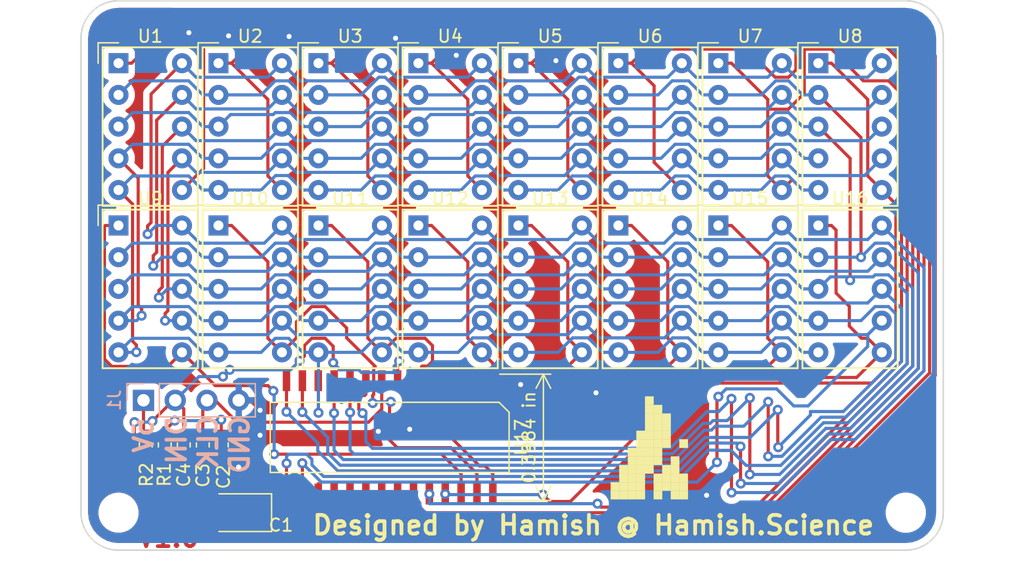
<source format=kicad_pcb>
(kicad_pcb (version 20171130) (host pcbnew "(5.1.0-0)")
  (layers (0 F.Cu signal) (31 B.Cu signal) (34 B.Paste user) (35 F.Paste user) (36 B.SilkS user) (37 F.SilkS user) (38 B.Mask user) (39 F.Mask user) (44 Edge.Cuts user))
  (net 0 "")
  (net 1 VDD)
  (net 2 GND)
  (net 3 SCLK)
  (net 4 DIN)
  (net 5 GRID1)
  (net 6 SEG6)
  (net 7 SEG7)
  (net 8 SEG5)
  (net 9 SEG4)
  (net 10 SEG8)
  (net 11 SEG3)
  (net 12 SEG2)
  (net 13 SEG1)
  (net 14 GRID2)
  (net 15 GRID3)
  (net 16 GRID4)
  (net 17 GRID5)
  (net 18 GRID6)
  (net 19 GRID7)
  (net 20 GRID8)
  (net 21 GRID9)
  (net 22 GRID10)
  (net 23 GRID11)
  (net 24 GRID12)
  (net 25 GRID13)
  (net 26 GRID14)
  (net 27 GRID15)
  (net 28 GRID16)
  (module Display_7Segment:HDSP-A151 (layer F.Cu) (at 182 75)
    (fp_text reference U10 (at 2.54 -2.159) (layer F.SilkS))
    (fp_text value HDSP-7503)
    (pad 10 thru_hole circle (at 5.08 0) (size 1.6 1.6) (drill 0.8) (layers *.Cu *.Mask) (net 13 SEG1))
    (pad 9 thru_hole circle (at 5.08 2.54) (size 1.6 1.6) (drill 0.8) (layers *.Cu *.Mask) (net 12 SEG2))
    (pad 8 thru_hole circle (at 5.08 5.08) (size 1.6 1.6) (drill 0.8) (layers *.Cu *.Mask) (net 11 SEG3))
    (pad 7 thru_hole circle (at 5.08 7.62) (size 1.6 1.6) (drill 0.8) (layers *.Cu *.Mask) (net 10 SEG8))
    (pad 6 thru_hole circle (at 5.08 10.16) (size 1.6 1.6) (drill 0.8) (layers *.Cu *.Mask) (net 22 GRID10))
    (pad 5 thru_hole circle (at 0 10.16) (size 1.6 1.6) (drill 0.8) (layers *.Cu *.Mask) (net 9 SEG4))
    (pad 4 thru_hole circle (at 0 7.62) (size 1.6 1.6) (drill 0.8) (layers *.Cu *.Mask) (net 8 SEG5))
    (pad 3 thru_hole circle (at 0 5.08) (size 1.6 1.6) (drill 0.8) (layers *.Cu *.Mask) (net 7 SEG7))
    (pad 2 thru_hole circle (at 0 2.54) (size 1.6 1.6) (drill 0.8) (layers *.Cu *.Mask) (net 6 SEG6))
    (pad 1 thru_hole rect (at 0 0) (size 1.6 1.6) (drill 0.8) (layers *.Cu *.Mask) (net 22 GRID10))
  )
  (module Symbol:SOIC-28 (layer F.Cu) (at 195.7 91.97 180)
    (fp_text reference U17 (at -10.555 0 270) (layer F.SilkS))
    (fp_text value TM1640)
    (pad 28 smd rect (at -8.255 -4.5375 180) (size 0.6 1.675) (layers F.Cu F.Paste F.Mask) (net 23 GRID11))
    (pad 1 smd rect (at -8.255 4.5375 180) (size 0.6 1.675) (layers F.Cu F.Paste F.Mask) (net 24 GRID12))
    (pad 27 smd rect (at -6.985 -4.5375 180) (size 0.6 1.675) (layers F.Cu F.Paste F.Mask) (net 22 GRID10))
    (pad 2 smd rect (at -6.985 4.5375 180) (size 0.6 1.675) (layers F.Cu F.Paste F.Mask) (net 25 GRID13))
    (pad 26 smd rect (at -5.715 -4.5375 180) (size 0.6 1.675) (layers F.Cu F.Paste F.Mask) (net 21 GRID9))
    (pad 3 smd rect (at -5.715 4.5375 180) (size 0.6 1.675) (layers F.Cu F.Paste F.Mask) (net 26 GRID14))
    (pad 25 smd rect (at -4.445 -4.5375 180) (size 0.6 1.675) (layers F.Cu F.Paste F.Mask) (net 20 GRID8))
    (pad 4 smd rect (at -4.445 4.5375 180) (size 0.6 1.675) (layers F.Cu F.Paste F.Mask) (net 27 GRID15))
    (pad 24 smd rect (at -3.175 -4.5375 180) (size 0.6 1.675) (layers F.Cu F.Paste F.Mask) (net 19 GRID7))
    (pad 5 smd rect (at -3.175 4.5375 180) (size 0.6 1.675) (layers F.Cu F.Paste F.Mask) (net 28 GRID16))
    (pad 23 smd rect (at -1.905 -4.5375 180) (size 0.6 1.675) (layers F.Cu F.Paste F.Mask) (net 18 GRID6))
    (pad 6 smd rect (at -1.905 4.5375 180) (size 0.6 1.675) (layers F.Cu F.Paste F.Mask) (net 2 GND))
    (pad 22 smd rect (at -0.635 -4.5375 180) (size 0.6 1.675) (layers F.Cu F.Paste F.Mask) (net 17 GRID5))
    (pad 7 smd rect (at -0.635 4.5375 180) (size 0.6 1.675) (layers F.Cu F.Paste F.Mask) (net 4 DIN))
    (pad 21 smd rect (at 0.635 -4.5375 180) (size 0.6 1.675) (layers F.Cu F.Paste F.Mask) (net 16 GRID4))
    (pad 8 smd rect (at 0.635 4.5375 180) (size 0.6 1.675) (layers F.Cu F.Paste F.Mask) (net 3 SCLK))
    (pad 20 smd rect (at 1.905 -4.5375 180) (size 0.6 1.675) (layers F.Cu F.Paste F.Mask) (net 15 GRID3))
    (pad 9 smd rect (at 1.905 4.5375 180) (size 0.6 1.675) (layers F.Cu F.Paste F.Mask) (net 13 SEG1))
    (pad 19 smd rect (at 3.175 -4.5375 180) (size 0.6 1.675) (layers F.Cu F.Paste F.Mask) (net 14 GRID2))
    (pad 10 smd rect (at 3.175 4.5375 180) (size 0.6 1.675) (layers F.Cu F.Paste F.Mask) (net 12 SEG2))
    (pad 18 smd rect (at 4.445 -4.5375 180) (size 0.6 1.675) (layers F.Cu F.Paste F.Mask) (net 5 GRID1))
    (pad 11 smd rect (at 4.445 4.5375 180) (size 0.6 1.675) (layers F.Cu F.Paste F.Mask) (net 11 SEG3))
    (pad 17 smd rect (at 5.715 -4.5375 180) (size 0.6 1.675) (layers F.Cu F.Paste F.Mask) (net 1 VDD))
    (pad 12 smd rect (at 5.715 4.5375 180) (size 0.6 1.675) (layers F.Cu F.Paste F.Mask) (net 9 SEG4))
    (pad 16 smd rect (at 6.985 -4.5375 180) (size 0.6 1.675) (layers F.Cu F.Paste F.Mask) (net 10 SEG8))
    (pad 13 smd rect (at 6.985 4.5375 180) (size 0.6 1.675) (layers F.Cu F.Paste F.Mask) (net 8 SEG5))
    (pad 15 smd rect (at 8.255 -4.5375 180) (size 0.6 1.675) (layers F.Cu F.Paste F.Mask) (net 7 SEG7))
    (pad 14 smd rect (at 8.255 4.5375 180) (size 0.6 1.675) (layers F.Cu F.Paste F.Mask) (net 6 SEG6))
  )
  (module MountingHole:MountingHole_2.2mm_M2 (layer F.Cu) (at 174 98)
    (fp_text reference REF** hide)
    (fp_text value MountingHole_2.2mm_M2)
    (pad 1 np_thru_hole circle (at 0 0) (size 2.2 2.2) (drill 2.2) (layers *.Cu *.Mask))
  )
  (module MountingHole:MountingHole_2.2mm_M2 (layer F.Cu) (at 237 98)
    (fp_text reference REF** hide)
    (fp_text value MountingHole_2.2mm_M2)
    (pad 1 np_thru_hole circle (at 0 0) (size 2.2 2.2) (drill 2.2) (layers *.Cu *.Mask))
  )
  (module AALogos:LOGO (layer F.Cu) (at 211.32 87.31)
    (fp_text reference LOGO hide)
    (fp_text value "" (at 0 0) (layer F.SilkS) (effects (font (size 1.27 1.27))))
  )
  (module Capacitor_SMD:C_0603_1608Metric (layer F.Cu) (at 182.268 92.5725 90)
    (fp_text reference C2 (at -2.5625 0.13 90) (layer F.SilkS))
    (fp_text value 100n)
    (pad 2 smd roundrect (at 0.7875 0 90) (size 0.875 0.95) (layers F.Cu F.Paste F.Mask) (net 1 VDD))
    (pad 1 smd roundrect (at -0.7875 0 90) (size 0.875 0.95) (layers F.Cu F.Paste F.Mask) (net 2 GND))
  )
  (module Capacitor_SMD:C_0603_1608Metric (layer F.Cu) (at 180.746 92.5725 270)
    (fp_text reference C3 (at 2.44 -0.01 270) (layer F.SilkS))
    (fp_text value 100p)
    (pad 2 smd roundrect (at 0.7875 0 270) (size 0.875 0.95) (layers F.Cu F.Paste F.Mask) (net 2 GND))
    (pad 1 smd roundrect (at -0.7875 0 270) (size 0.875 0.95) (layers F.Cu F.Paste F.Mask) (net 3 SCLK))
  )
  (module Capacitor_SMD:C_0603_1608Metric (layer F.Cu) (at 179.224 92.5725 270)
    (fp_text reference C4 (at 2.4075 0.01 270) (layer F.SilkS))
    (fp_text value 100p)
    (pad 1 smd roundrect (at -0.7875 0 270) (size 0.875 0.95) (layers F.Cu F.Paste F.Mask) (net 4 DIN))
    (pad 2 smd roundrect (at 0.7875 0 270) (size 0.875 0.95) (layers F.Cu F.Paste F.Mask) (net 2 GND))
  )
  (module Connector_PinHeader_2.54mm:PinHeader_1x04_P2.54mm_Vertical (layer B.Cu) (at 176 89 270)
    (fp_text reference J1 (at 0 2.33 270) (layer B.SilkS) (effects (justify mirror)))
    (fp_text value Conn)
    (pad 1 thru_hole rect (at 0 0 270) (size 1.7 1.7) (drill 1) (layers *.Cu *.Mask) (net 1 VDD))
    (pad 2 thru_hole oval (at 0 -2.54 270) (size 1.7 1.7) (drill 1) (layers *.Cu *.Mask) (net 4 DIN))
    (pad 3 thru_hole oval (at 0 -5.08 270) (size 1.7 1.7) (drill 1) (layers *.Cu *.Mask) (net 3 SCLK))
    (pad 4 thru_hole oval (at 0 -7.62 270) (size 1.7 1.7) (drill 1) (layers *.Cu *.Mask) (net 2 GND))
  )
  (module Resistor_SMD:R_0603_1608Metric (layer F.Cu) (at 177.702 92.5725 270)
    (fp_text reference R1 (at 2.38 0.04 270) (layer F.SilkS))
    (fp_text value 10k)
    (pad 2 smd roundrect (at 0.7875 0 270) (size 0.875 0.95) (layers F.Cu F.Paste F.Mask) (net 3 SCLK))
    (pad 1 smd roundrect (at -0.7875 0 270) (size 0.875 0.95) (layers F.Cu F.Paste F.Mask) (net 1 VDD))
  )
  (module Resistor_SMD:R_0603_1608Metric (layer F.Cu) (at 176.18 92.5725 270)
    (fp_text reference R2 (at 2.3975 -0.05 270) (layer F.SilkS))
    (fp_text value 10k)
    (pad 1 smd roundrect (at -0.7875 0 270) (size 0.875 0.95) (layers F.Cu F.Paste F.Mask) (net 1 VDD))
    (pad 2 smd roundrect (at 0.7875 0 270) (size 0.875 0.95) (layers F.Cu F.Paste F.Mask) (net 4 DIN))
  )
  (module Display_7Segment:HDSP-A151 (layer F.Cu) (at 174 62)
    (fp_text reference U1 (at 2.54 -2.159) (layer F.SilkS))
    (fp_text value HDSP-7503)
    (pad 1 thru_hole rect (at 0 0) (size 1.6 1.6) (drill 0.8) (layers *.Cu *.Mask) (net 5 GRID1))
    (pad 2 thru_hole circle (at 0 2.54) (size 1.6 1.6) (drill 0.8) (layers *.Cu *.Mask) (net 6 SEG6))
    (pad 3 thru_hole circle (at 0 5.08) (size 1.6 1.6) (drill 0.8) (layers *.Cu *.Mask) (net 7 SEG7))
    (pad 4 thru_hole circle (at 0 7.62) (size 1.6 1.6) (drill 0.8) (layers *.Cu *.Mask) (net 8 SEG5))
    (pad 5 thru_hole circle (at 0 10.16) (size 1.6 1.6) (drill 0.8) (layers *.Cu *.Mask) (net 9 SEG4))
    (pad 6 thru_hole circle (at 5.08 10.16) (size 1.6 1.6) (drill 0.8) (layers *.Cu *.Mask) (net 5 GRID1))
    (pad 7 thru_hole circle (at 5.08 7.62) (size 1.6 1.6) (drill 0.8) (layers *.Cu *.Mask) (net 10 SEG8))
    (pad 8 thru_hole circle (at 5.08 5.08) (size 1.6 1.6) (drill 0.8) (layers *.Cu *.Mask) (net 11 SEG3))
    (pad 9 thru_hole circle (at 5.08 2.54) (size 1.6 1.6) (drill 0.8) (layers *.Cu *.Mask) (net 12 SEG2))
    (pad 10 thru_hole circle (at 5.08 0) (size 1.6 1.6) (drill 0.8) (layers *.Cu *.Mask) (net 13 SEG1))
  )
  (module Display_7Segment:HDSP-A151 (layer F.Cu) (at 182 62)
    (fp_text reference U2 (at 2.54 -2.159) (layer F.SilkS))
    (fp_text value HDSP-7503)
    (pad 10 thru_hole circle (at 5.08 0) (size 1.6 1.6) (drill 0.8) (layers *.Cu *.Mask) (net 13 SEG1))
    (pad 9 thru_hole circle (at 5.08 2.54) (size 1.6 1.6) (drill 0.8) (layers *.Cu *.Mask) (net 12 SEG2))
    (pad 8 thru_hole circle (at 5.08 5.08) (size 1.6 1.6) (drill 0.8) (layers *.Cu *.Mask) (net 11 SEG3))
    (pad 7 thru_hole circle (at 5.08 7.62) (size 1.6 1.6) (drill 0.8) (layers *.Cu *.Mask) (net 10 SEG8))
    (pad 6 thru_hole circle (at 5.08 10.16) (size 1.6 1.6) (drill 0.8) (layers *.Cu *.Mask) (net 14 GRID2))
    (pad 5 thru_hole circle (at 0 10.16) (size 1.6 1.6) (drill 0.8) (layers *.Cu *.Mask) (net 9 SEG4))
    (pad 4 thru_hole circle (at 0 7.62) (size 1.6 1.6) (drill 0.8) (layers *.Cu *.Mask) (net 8 SEG5))
    (pad 3 thru_hole circle (at 0 5.08) (size 1.6 1.6) (drill 0.8) (layers *.Cu *.Mask) (net 7 SEG7))
    (pad 2 thru_hole circle (at 0 2.54) (size 1.6 1.6) (drill 0.8) (layers *.Cu *.Mask) (net 6 SEG6))
    (pad 1 thru_hole rect (at 0 0) (size 1.6 1.6) (drill 0.8) (layers *.Cu *.Mask) (net 14 GRID2))
  )
  (module Display_7Segment:HDSP-A151 (layer F.Cu) (at 190 62)
    (fp_text reference U3 (at 2.54 -2.159) (layer F.SilkS))
    (fp_text value HDSP-7503)
    (pad 1 thru_hole rect (at 0 0) (size 1.6 1.6) (drill 0.8) (layers *.Cu *.Mask) (net 15 GRID3))
    (pad 2 thru_hole circle (at 0 2.54) (size 1.6 1.6) (drill 0.8) (layers *.Cu *.Mask) (net 6 SEG6))
    (pad 3 thru_hole circle (at 0 5.08) (size 1.6 1.6) (drill 0.8) (layers *.Cu *.Mask) (net 7 SEG7))
    (pad 4 thru_hole circle (at 0 7.62) (size 1.6 1.6) (drill 0.8) (layers *.Cu *.Mask) (net 8 SEG5))
    (pad 5 thru_hole circle (at 0 10.16) (size 1.6 1.6) (drill 0.8) (layers *.Cu *.Mask) (net 9 SEG4))
    (pad 6 thru_hole circle (at 5.08 10.16) (size 1.6 1.6) (drill 0.8) (layers *.Cu *.Mask) (net 15 GRID3))
    (pad 7 thru_hole circle (at 5.08 7.62) (size 1.6 1.6) (drill 0.8) (layers *.Cu *.Mask) (net 10 SEG8))
    (pad 8 thru_hole circle (at 5.08 5.08) (size 1.6 1.6) (drill 0.8) (layers *.Cu *.Mask) (net 11 SEG3))
    (pad 9 thru_hole circle (at 5.08 2.54) (size 1.6 1.6) (drill 0.8) (layers *.Cu *.Mask) (net 12 SEG2))
    (pad 10 thru_hole circle (at 5.08 0) (size 1.6 1.6) (drill 0.8) (layers *.Cu *.Mask) (net 13 SEG1))
  )
  (module Display_7Segment:HDSP-A151 (layer F.Cu) (at 198 62)
    (fp_text reference U4 (at 2.54 -2.159) (layer F.SilkS))
    (fp_text value HDSP-7503)
    (pad 10 thru_hole circle (at 5.08 0) (size 1.6 1.6) (drill 0.8) (layers *.Cu *.Mask) (net 13 SEG1))
    (pad 9 thru_hole circle (at 5.08 2.54) (size 1.6 1.6) (drill 0.8) (layers *.Cu *.Mask) (net 12 SEG2))
    (pad 8 thru_hole circle (at 5.08 5.08) (size 1.6 1.6) (drill 0.8) (layers *.Cu *.Mask) (net 11 SEG3))
    (pad 7 thru_hole circle (at 5.08 7.62) (size 1.6 1.6) (drill 0.8) (layers *.Cu *.Mask) (net 10 SEG8))
    (pad 6 thru_hole circle (at 5.08 10.16) (size 1.6 1.6) (drill 0.8) (layers *.Cu *.Mask) (net 16 GRID4))
    (pad 5 thru_hole circle (at 0 10.16) (size 1.6 1.6) (drill 0.8) (layers *.Cu *.Mask) (net 9 SEG4))
    (pad 4 thru_hole circle (at 0 7.62) (size 1.6 1.6) (drill 0.8) (layers *.Cu *.Mask) (net 8 SEG5))
    (pad 3 thru_hole circle (at 0 5.08) (size 1.6 1.6) (drill 0.8) (layers *.Cu *.Mask) (net 7 SEG7))
    (pad 2 thru_hole circle (at 0 2.54) (size 1.6 1.6) (drill 0.8) (layers *.Cu *.Mask) (net 6 SEG6))
    (pad 1 thru_hole rect (at 0 0) (size 1.6 1.6) (drill 0.8) (layers *.Cu *.Mask) (net 16 GRID4))
  )
  (module Display_7Segment:HDSP-A151 (layer F.Cu) (at 206 62)
    (fp_text reference U5 (at 2.54 -2.159) (layer F.SilkS))
    (fp_text value HDSP-7503)
    (pad 1 thru_hole rect (at 0 0) (size 1.6 1.6) (drill 0.8) (layers *.Cu *.Mask) (net 17 GRID5))
    (pad 2 thru_hole circle (at 0 2.54) (size 1.6 1.6) (drill 0.8) (layers *.Cu *.Mask) (net 6 SEG6))
    (pad 3 thru_hole circle (at 0 5.08) (size 1.6 1.6) (drill 0.8) (layers *.Cu *.Mask) (net 7 SEG7))
    (pad 4 thru_hole circle (at 0 7.62) (size 1.6 1.6) (drill 0.8) (layers *.Cu *.Mask) (net 8 SEG5))
    (pad 5 thru_hole circle (at 0 10.16) (size 1.6 1.6) (drill 0.8) (layers *.Cu *.Mask) (net 9 SEG4))
    (pad 6 thru_hole circle (at 5.08 10.16) (size 1.6 1.6) (drill 0.8) (layers *.Cu *.Mask) (net 17 GRID5))
    (pad 7 thru_hole circle (at 5.08 7.62) (size 1.6 1.6) (drill 0.8) (layers *.Cu *.Mask) (net 10 SEG8))
    (pad 8 thru_hole circle (at 5.08 5.08) (size 1.6 1.6) (drill 0.8) (layers *.Cu *.Mask) (net 11 SEG3))
    (pad 9 thru_hole circle (at 5.08 2.54) (size 1.6 1.6) (drill 0.8) (layers *.Cu *.Mask) (net 12 SEG2))
    (pad 10 thru_hole circle (at 5.08 0) (size 1.6 1.6) (drill 0.8) (layers *.Cu *.Mask) (net 13 SEG1))
  )
  (module Display_7Segment:HDSP-A151 (layer F.Cu) (at 214 62)
    (fp_text reference U6 (at 2.54 -2.159) (layer F.SilkS))
    (fp_text value HDSP-7503)
    (pad 10 thru_hole circle (at 5.08 0) (size 1.6 1.6) (drill 0.8) (layers *.Cu *.Mask) (net 13 SEG1))
    (pad 9 thru_hole circle (at 5.08 2.54) (size 1.6 1.6) (drill 0.8) (layers *.Cu *.Mask) (net 12 SEG2))
    (pad 8 thru_hole circle (at 5.08 5.08) (size 1.6 1.6) (drill 0.8) (layers *.Cu *.Mask) (net 11 SEG3))
    (pad 7 thru_hole circle (at 5.08 7.62) (size 1.6 1.6) (drill 0.8) (layers *.Cu *.Mask) (net 10 SEG8))
    (pad 6 thru_hole circle (at 5.08 10.16) (size 1.6 1.6) (drill 0.8) (layers *.Cu *.Mask) (net 18 GRID6))
    (pad 5 thru_hole circle (at 0 10.16) (size 1.6 1.6) (drill 0.8) (layers *.Cu *.Mask) (net 9 SEG4))
    (pad 4 thru_hole circle (at 0 7.62) (size 1.6 1.6) (drill 0.8) (layers *.Cu *.Mask) (net 8 SEG5))
    (pad 3 thru_hole circle (at 0 5.08) (size 1.6 1.6) (drill 0.8) (layers *.Cu *.Mask) (net 7 SEG7))
    (pad 2 thru_hole circle (at 0 2.54) (size 1.6 1.6) (drill 0.8) (layers *.Cu *.Mask) (net 6 SEG6))
    (pad 1 thru_hole rect (at 0 0) (size 1.6 1.6) (drill 0.8) (layers *.Cu *.Mask) (net 18 GRID6))
  )
  (module Display_7Segment:HDSP-A151 (layer F.Cu) (at 222 62)
    (fp_text reference U7 (at 2.54 -2.159) (layer F.SilkS))
    (fp_text value HDSP-7503)
    (pad 1 thru_hole rect (at 0 0) (size 1.6 1.6) (drill 0.8) (layers *.Cu *.Mask) (net 19 GRID7))
    (pad 2 thru_hole circle (at 0 2.54) (size 1.6 1.6) (drill 0.8) (layers *.Cu *.Mask) (net 6 SEG6))
    (pad 3 thru_hole circle (at 0 5.08) (size 1.6 1.6) (drill 0.8) (layers *.Cu *.Mask) (net 7 SEG7))
    (pad 4 thru_hole circle (at 0 7.62) (size 1.6 1.6) (drill 0.8) (layers *.Cu *.Mask) (net 8 SEG5))
    (pad 5 thru_hole circle (at 0 10.16) (size 1.6 1.6) (drill 0.8) (layers *.Cu *.Mask) (net 9 SEG4))
    (pad 6 thru_hole circle (at 5.08 10.16) (size 1.6 1.6) (drill 0.8) (layers *.Cu *.Mask) (net 19 GRID7))
    (pad 7 thru_hole circle (at 5.08 7.62) (size 1.6 1.6) (drill 0.8) (layers *.Cu *.Mask) (net 10 SEG8))
    (pad 8 thru_hole circle (at 5.08 5.08) (size 1.6 1.6) (drill 0.8) (layers *.Cu *.Mask) (net 11 SEG3))
    (pad 9 thru_hole circle (at 5.08 2.54) (size 1.6 1.6) (drill 0.8) (layers *.Cu *.Mask) (net 12 SEG2))
    (pad 10 thru_hole circle (at 5.08 0) (size 1.6 1.6) (drill 0.8) (layers *.Cu *.Mask) (net 13 SEG1))
  )
  (module Display_7Segment:HDSP-A151 (layer F.Cu) (at 230 62)
    (fp_text reference U8 (at 2.54 -2.159) (layer F.SilkS))
    (fp_text value HDSP-7503)
    (pad 10 thru_hole circle (at 5.08 0) (size 1.6 1.6) (drill 0.8) (layers *.Cu *.Mask) (net 13 SEG1))
    (pad 9 thru_hole circle (at 5.08 2.54) (size 1.6 1.6) (drill 0.8) (layers *.Cu *.Mask) (net 12 SEG2))
    (pad 8 thru_hole circle (at 5.08 5.08) (size 1.6 1.6) (drill 0.8) (layers *.Cu *.Mask) (net 11 SEG3))
    (pad 7 thru_hole circle (at 5.08 7.62) (size 1.6 1.6) (drill 0.8) (layers *.Cu *.Mask) (net 10 SEG8))
    (pad 6 thru_hole circle (at 5.08 10.16) (size 1.6 1.6) (drill 0.8) (layers *.Cu *.Mask) (net 20 GRID8))
    (pad 5 thru_hole circle (at 0 10.16) (size 1.6 1.6) (drill 0.8) (layers *.Cu *.Mask) (net 9 SEG4))
    (pad 4 thru_hole circle (at 0 7.62) (size 1.6 1.6) (drill 0.8) (layers *.Cu *.Mask) (net 8 SEG5))
    (pad 3 thru_hole circle (at 0 5.08) (size 1.6 1.6) (drill 0.8) (layers *.Cu *.Mask) (net 7 SEG7))
    (pad 2 thru_hole circle (at 0 2.54) (size 1.6 1.6) (drill 0.8) (layers *.Cu *.Mask) (net 6 SEG6))
    (pad 1 thru_hole rect (at 0 0) (size 1.6 1.6) (drill 0.8) (layers *.Cu *.Mask) (net 20 GRID8))
  )
  (module Display_7Segment:HDSP-A151 (layer F.Cu) (at 174 75)
    (fp_text reference U9 (at 2.54 -2.159) (layer F.SilkS))
    (fp_text value HDSP-7503)
    (pad 1 thru_hole rect (at 0 0) (size 1.6 1.6) (drill 0.8) (layers *.Cu *.Mask) (net 21 GRID9))
    (pad 2 thru_hole circle (at 0 2.54) (size 1.6 1.6) (drill 0.8) (layers *.Cu *.Mask) (net 6 SEG6))
    (pad 3 thru_hole circle (at 0 5.08) (size 1.6 1.6) (drill 0.8) (layers *.Cu *.Mask) (net 7 SEG7))
    (pad 4 thru_hole circle (at 0 7.62) (size 1.6 1.6) (drill 0.8) (layers *.Cu *.Mask) (net 8 SEG5))
    (pad 5 thru_hole circle (at 0 10.16) (size 1.6 1.6) (drill 0.8) (layers *.Cu *.Mask) (net 9 SEG4))
    (pad 6 thru_hole circle (at 5.08 10.16) (size 1.6 1.6) (drill 0.8) (layers *.Cu *.Mask) (net 21 GRID9))
    (pad 7 thru_hole circle (at 5.08 7.62) (size 1.6 1.6) (drill 0.8) (layers *.Cu *.Mask) (net 10 SEG8))
    (pad 8 thru_hole circle (at 5.08 5.08) (size 1.6 1.6) (drill 0.8) (layers *.Cu *.Mask) (net 11 SEG3))
    (pad 9 thru_hole circle (at 5.08 2.54) (size 1.6 1.6) (drill 0.8) (layers *.Cu *.Mask) (net 12 SEG2))
    (pad 10 thru_hole circle (at 5.08 0) (size 1.6 1.6) (drill 0.8) (layers *.Cu *.Mask) (net 13 SEG1))
  )
  (module Display_7Segment:HDSP-A151 (layer F.Cu) (at 190 75)
    (fp_text reference U11 (at 2.54 -2.159) (layer F.SilkS))
    (fp_text value HDSP-7503)
    (pad 1 thru_hole rect (at 0 0) (size 1.6 1.6) (drill 0.8) (layers *.Cu *.Mask) (net 23 GRID11))
    (pad 2 thru_hole circle (at 0 2.54) (size 1.6 1.6) (drill 0.8) (layers *.Cu *.Mask) (net 6 SEG6))
    (pad 3 thru_hole circle (at 0 5.08) (size 1.6 1.6) (drill 0.8) (layers *.Cu *.Mask) (net 7 SEG7))
    (pad 4 thru_hole circle (at 0 7.62) (size 1.6 1.6) (drill 0.8) (layers *.Cu *.Mask) (net 8 SEG5))
    (pad 5 thru_hole circle (at 0 10.16) (size 1.6 1.6) (drill 0.8) (layers *.Cu *.Mask) (net 9 SEG4))
    (pad 6 thru_hole circle (at 5.08 10.16) (size 1.6 1.6) (drill 0.8) (layers *.Cu *.Mask) (net 23 GRID11))
    (pad 7 thru_hole circle (at 5.08 7.62) (size 1.6 1.6) (drill 0.8) (layers *.Cu *.Mask) (net 10 SEG8))
    (pad 8 thru_hole circle (at 5.08 5.08) (size 1.6 1.6) (drill 0.8) (layers *.Cu *.Mask) (net 11 SEG3))
    (pad 9 thru_hole circle (at 5.08 2.54) (size 1.6 1.6) (drill 0.8) (layers *.Cu *.Mask) (net 12 SEG2))
    (pad 10 thru_hole circle (at 5.08 0) (size 1.6 1.6) (drill 0.8) (layers *.Cu *.Mask) (net 13 SEG1))
  )
  (module Display_7Segment:HDSP-A151 (layer F.Cu) (at 198 75)
    (fp_text reference U12 (at 2.54 -2.159) (layer F.SilkS))
    (fp_text value HDSP-7503)
    (pad 10 thru_hole circle (at 5.08 0) (size 1.6 1.6) (drill 0.8) (layers *.Cu *.Mask) (net 13 SEG1))
    (pad 9 thru_hole circle (at 5.08 2.54) (size 1.6 1.6) (drill 0.8) (layers *.Cu *.Mask) (net 12 SEG2))
    (pad 8 thru_hole circle (at 5.08 5.08) (size 1.6 1.6) (drill 0.8) (layers *.Cu *.Mask) (net 11 SEG3))
    (pad 7 thru_hole circle (at 5.08 7.62) (size 1.6 1.6) (drill 0.8) (layers *.Cu *.Mask) (net 10 SEG8))
    (pad 6 thru_hole circle (at 5.08 10.16) (size 1.6 1.6) (drill 0.8) (layers *.Cu *.Mask) (net 24 GRID12))
    (pad 5 thru_hole circle (at 0 10.16) (size 1.6 1.6) (drill 0.8) (layers *.Cu *.Mask) (net 9 SEG4))
    (pad 4 thru_hole circle (at 0 7.62) (size 1.6 1.6) (drill 0.8) (layers *.Cu *.Mask) (net 8 SEG5))
    (pad 3 thru_hole circle (at 0 5.08) (size 1.6 1.6) (drill 0.8) (layers *.Cu *.Mask) (net 7 SEG7))
    (pad 2 thru_hole circle (at 0 2.54) (size 1.6 1.6) (drill 0.8) (layers *.Cu *.Mask) (net 6 SEG6))
    (pad 1 thru_hole rect (at 0 0) (size 1.6 1.6) (drill 0.8) (layers *.Cu *.Mask) (net 24 GRID12))
  )
  (module Display_7Segment:HDSP-A151 (layer F.Cu) (at 206 75)
    (fp_text reference U13 (at 2.54 -2.159) (layer F.SilkS))
    (fp_text value HDSP-7503)
    (pad 1 thru_hole rect (at 0 0) (size 1.6 1.6) (drill 0.8) (layers *.Cu *.Mask) (net 25 GRID13))
    (pad 2 thru_hole circle (at 0 2.54) (size 1.6 1.6) (drill 0.8) (layers *.Cu *.Mask) (net 6 SEG6))
    (pad 3 thru_hole circle (at 0 5.08) (size 1.6 1.6) (drill 0.8) (layers *.Cu *.Mask) (net 7 SEG7))
    (pad 4 thru_hole circle (at 0 7.62) (size 1.6 1.6) (drill 0.8) (layers *.Cu *.Mask) (net 8 SEG5))
    (pad 5 thru_hole circle (at 0 10.16) (size 1.6 1.6) (drill 0.8) (layers *.Cu *.Mask) (net 9 SEG4))
    (pad 6 thru_hole circle (at 5.08 10.16) (size 1.6 1.6) (drill 0.8) (layers *.Cu *.Mask) (net 25 GRID13))
    (pad 7 thru_hole circle (at 5.08 7.62) (size 1.6 1.6) (drill 0.8) (layers *.Cu *.Mask) (net 10 SEG8))
    (pad 8 thru_hole circle (at 5.08 5.08) (size 1.6 1.6) (drill 0.8) (layers *.Cu *.Mask) (net 11 SEG3))
    (pad 9 thru_hole circle (at 5.08 2.54) (size 1.6 1.6) (drill 0.8) (layers *.Cu *.Mask) (net 12 SEG2))
    (pad 10 thru_hole circle (at 5.08 0) (size 1.6 1.6) (drill 0.8) (layers *.Cu *.Mask) (net 13 SEG1))
  )
  (module Display_7Segment:HDSP-A151 (layer F.Cu) (at 214 75)
    (fp_text reference U14 (at 2.54 -2.159) (layer F.SilkS))
    (fp_text value HDSP-7503)
    (pad 10 thru_hole circle (at 5.08 0) (size 1.6 1.6) (drill 0.8) (layers *.Cu *.Mask) (net 13 SEG1))
    (pad 9 thru_hole circle (at 5.08 2.54) (size 1.6 1.6) (drill 0.8) (layers *.Cu *.Mask) (net 12 SEG2))
    (pad 8 thru_hole circle (at 5.08 5.08) (size 1.6 1.6) (drill 0.8) (layers *.Cu *.Mask) (net 11 SEG3))
    (pad 7 thru_hole circle (at 5.08 7.62) (size 1.6 1.6) (drill 0.8) (layers *.Cu *.Mask) (net 10 SEG8))
    (pad 6 thru_hole circle (at 5.08 10.16) (size 1.6 1.6) (drill 0.8) (layers *.Cu *.Mask) (net 26 GRID14))
    (pad 5 thru_hole circle (at 0 10.16) (size 1.6 1.6) (drill 0.8) (layers *.Cu *.Mask) (net 9 SEG4))
    (pad 4 thru_hole circle (at 0 7.62) (size 1.6 1.6) (drill 0.8) (layers *.Cu *.Mask) (net 8 SEG5))
    (pad 3 thru_hole circle (at 0 5.08) (size 1.6 1.6) (drill 0.8) (layers *.Cu *.Mask) (net 7 SEG7))
    (pad 2 thru_hole circle (at 0 2.54) (size 1.6 1.6) (drill 0.8) (layers *.Cu *.Mask) (net 6 SEG6))
    (pad 1 thru_hole rect (at 0 0) (size 1.6 1.6) (drill 0.8) (layers *.Cu *.Mask) (net 26 GRID14))
  )
  (module Display_7Segment:HDSP-A151 (layer F.Cu) (at 222 75)
    (fp_text reference U15 (at 2.54 -2.159) (layer F.SilkS))
    (fp_text value HDSP-7503)
    (pad 1 thru_hole rect (at 0 0) (size 1.6 1.6) (drill 0.8) (layers *.Cu *.Mask) (net 27 GRID15))
    (pad 2 thru_hole circle (at 0 2.54) (size 1.6 1.6) (drill 0.8) (layers *.Cu *.Mask) (net 6 SEG6))
    (pad 3 thru_hole circle (at 0 5.08) (size 1.6 1.6) (drill 0.8) (layers *.Cu *.Mask) (net 7 SEG7))
    (pad 4 thru_hole circle (at 0 7.62) (size 1.6 1.6) (drill 0.8) (layers *.Cu *.Mask) (net 8 SEG5))
    (pad 5 thru_hole circle (at 0 10.16) (size 1.6 1.6) (drill 0.8) (layers *.Cu *.Mask) (net 9 SEG4))
    (pad 6 thru_hole circle (at 5.08 10.16) (size 1.6 1.6) (drill 0.8) (layers *.Cu *.Mask) (net 27 GRID15))
    (pad 7 thru_hole circle (at 5.08 7.62) (size 1.6 1.6) (drill 0.8) (layers *.Cu *.Mask) (net 10 SEG8))
    (pad 8 thru_hole circle (at 5.08 5.08) (size 1.6 1.6) (drill 0.8) (layers *.Cu *.Mask) (net 11 SEG3))
    (pad 9 thru_hole circle (at 5.08 2.54) (size 1.6 1.6) (drill 0.8) (layers *.Cu *.Mask) (net 12 SEG2))
    (pad 10 thru_hole circle (at 5.08 0) (size 1.6 1.6) (drill 0.8) (layers *.Cu *.Mask) (net 13 SEG1))
  )
  (module Display_7Segment:HDSP-A151 (layer F.Cu) (at 230 75)
    (fp_text reference U16 (at 2.54 -2.159) (layer F.SilkS))
    (fp_text value HDSP-7503)
    (pad 10 thru_hole circle (at 5.08 0) (size 1.6 1.6) (drill 0.8) (layers *.Cu *.Mask) (net 13 SEG1))
    (pad 9 thru_hole circle (at 5.08 2.54) (size 1.6 1.6) (drill 0.8) (layers *.Cu *.Mask) (net 12 SEG2))
    (pad 8 thru_hole circle (at 5.08 5.08) (size 1.6 1.6) (drill 0.8) (layers *.Cu *.Mask) (net 11 SEG3))
    (pad 7 thru_hole circle (at 5.08 7.62) (size 1.6 1.6) (drill 0.8) (layers *.Cu *.Mask) (net 10 SEG8))
    (pad 6 thru_hole circle (at 5.08 10.16) (size 1.6 1.6) (drill 0.8) (layers *.Cu *.Mask) (net 28 GRID16))
    (pad 5 thru_hole circle (at 0 10.16) (size 1.6 1.6) (drill 0.8) (layers *.Cu *.Mask) (net 9 SEG4))
    (pad 4 thru_hole circle (at 0 7.62) (size 1.6 1.6) (drill 0.8) (layers *.Cu *.Mask) (net 8 SEG5))
    (pad 3 thru_hole circle (at 0 5.08) (size 1.6 1.6) (drill 0.8) (layers *.Cu *.Mask) (net 7 SEG7))
    (pad 2 thru_hole circle (at 0 2.54) (size 1.6 1.6) (drill 0.8) (layers *.Cu *.Mask) (net 6 SEG6))
    (pad 1 thru_hole rect (at 0 0) (size 1.6 1.6) (drill 0.8) (layers *.Cu *.Mask) (net 28 GRID16))
  )
  (module Capacitor_Tantalum_SMD:CP_EIA-3528-12_Kemet-T (layer F.Cu) (at 183.79 98 180)
    (fp_text reference C1 (at -3.21 -1 180) (layer F.SilkS))
    (fp_text value 100u)
    (pad 1 smd roundrect (at -1.5375 0 180) (size 1.325 2.35) (layers F.Cu F.Paste F.Mask) (roundrect_rratio 0.188679) (net 1 VDD))
    (pad 2 smd roundrect (at 1.5375 0 180) (size 1.325 2.35) (layers F.Cu F.Paste F.Mask) (roundrect_rratio 0.188679) (net 2 GND))
  )
  (dimension 10.12 (width 0.12) (layer F.SilkS) (gr_text "10.120 mm" (at 209.27 91.97 90) (layer F.SilkS) (effects (font (size 1 1) (thickness 0.15)))) (feature1 (pts (xy 204.51 86.91) (xy 208.586421 86.91))) (feature2 (pts (xy 204.51 97.03) (xy 208.586421 97.03))) (crossbar (pts (xy 208 97.03) (xy 208 86.91))) (arrow1a (pts (xy 208 86.91) (xy 208.586421 88.036504))) (arrow1b (pts (xy 208 86.91) (xy 207.413579 88.036504))) (arrow2a (pts (xy 208 97.03) (xy 208.586421 95.903496))) (arrow2b (pts (xy 208 97.03) (xy 207.413579 95.903496))))
  (gr_line (start 174 101) (end 237 101) (layer Edge.Cuts) (width 0.12))
  (gr_line (start 171 60) (end 171 98) (layer Edge.Cuts) (width 0.12))
  (gr_line (start 237 57) (end 174 57) (layer Edge.Cuts) (width 0.12))
  (gr_line (start 240 98) (end 240 60) (layer Edge.Cuts) (width 0.12))
  (gr_arc (start 237 98) (end 237 101) (angle -90) (layer Edge.Cuts) (width 0.12))
  (gr_arc (start 237 60) (end 240 60) (angle -90) (layer Edge.Cuts) (width 0.12))
  (gr_arc (start 174 60) (end 174 57) (angle -90) (layer Edge.Cuts) (width 0.12))
  (gr_arc (start 174 98) (end 171 98) (angle -90) (layer Edge.Cuts) (width 0.12))
  (gr_text GND (at 183.69 92.56 90) (layer B.SilkS) (effects (font (size 1.5 1.5) (thickness 0.3)) (justify mirror)))
  (gr_text CLK (at 181.17 92.35 90) (layer B.SilkS) (effects (font (size 1.5 1.5) (thickness 0.3)) (justify mirror)))
  (gr_text DIN (at 178.65 92.19 90) (layer B.SilkS) (effects (font (size 1.5 1.5) (thickness 0.3)) (justify mirror)))
  (gr_text 5V (at 176.01 91.8 90) (layer B.SilkS) (effects (font (size 1.5 1.5) (thickness 0.3)) (justify mirror)))
  (gr_text V1.0 (at 178 100) (layer F.Cu) (effects (font (size 1.5 1.5) (thickness 0.3))))
  (gr_text "Designed by Hamish @ Hamish.Science" (at 212 99) (layer F.SilkS) (effects (font (size 1.5 1.5) (thickness 0.3))))
  (segment (start 185.319999 93.314999) (end 183.79 91.785) (width 0.25) (layer F.Cu) (net 1))
  (segment (start 176 91.605) (end 176.18 91.785) (width 0.25) (layer F.Cu) (net 1))
  (segment (start 176 89) (end 176 91.605) (width 0.25) (layer F.Cu) (net 1))
  (segment (start 176.18 91.785) (end 177.702 91.785) (width 0.25) (layer F.Cu) (net 1))
  (segment (start 182.268 91.785) (end 183.79 91.785) (width 0.25) (layer F.Cu) (net 1))
  (via (at 178.499 90.63) (size 0.8) (drill 0.4) (layers F.Cu B.Cu) (net 1))
  (segment (start 177.702 91.427) (end 178.499 90.63) (width 0.25) (layer F.Cu) (net 1))
  (segment (start 177.702 91.785) (end 177.702 91.427) (width 0.25) (layer F.Cu) (net 1))
  (via (at 182.22 90.56) (size 0.8) (drill 0.4) (layers F.Cu B.Cu) (net 1))
  (segment (start 182.15 90.63) (end 182.22 90.56) (width 0.25) (layer B.Cu) (net 1))
  (segment (start 178.499 90.63) (end 182.15 90.63) (width 0.25) (layer B.Cu) (net 1))
  (segment (start 182.22 91.737) (end 182.268 91.785) (width 0.25) (layer F.Cu) (net 1))
  (segment (start 182.22 90.56) (end 182.22 91.737) (width 0.25) (layer F.Cu) (net 1))
  (segment (start 189.985 95.68) (end 189.985 96.48) (width 0.25) (layer F.Cu) (net 1))
  (segment (start 185.319999 95.540001) (end 185.319999 93.314999) (width 0.25) (layer F.Cu) (net 1))
  (segment (start 185.3275 95.547502) (end 185.3275 98) (width 0.25) (layer F.Cu) (net 1))
  (segment (start 185.319999 95.540001) (end 185.3275 95.547502) (width 0.25) (layer F.Cu) (net 1))
  (segment (start 189.985 97.045) (end 189.985 96.5075) (width 0.25) (layer F.Cu) (net 1))
  (segment (start 189.03 98) (end 189.985 97.045) (width 0.25) (layer F.Cu) (net 1))
  (segment (start 185.3275 98) (end 189.03 98) (width 0.25) (layer F.Cu) (net 1))
  (segment (start 183.79 93.36) (end 182.268 93.36) (width 0.25) (layer F.Cu) (net 2))
  (segment (start 182.268 93.36) (end 180.746 93.36) (width 0.25) (layer F.Cu) (net 2))
  (segment (start 180.746 93.36) (end 179.224 93.36) (width 0.25) (layer F.Cu) (net 2))
  (segment (start 183.62 94.34) (end 183.61 94.35) (width 0.25) (layer B.Cu) (net 2))
  (via (at 183.61 94.35) (size 0.8) (drill 0.4) (layers F.Cu B.Cu) (net 2))
  (segment (start 183.62 89) (end 183.62 94.34) (width 0.25) (layer B.Cu) (net 2))
  (segment (start 183.61 93.54) (end 183.79 93.36) (width 0.25) (layer F.Cu) (net 2))
  (segment (start 183.61 94.35) (end 183.61 93.54) (width 0.25) (layer F.Cu) (net 2))
  (via (at 185.33 89.8) (size 0.8) (drill 0.4) (layers F.Cu B.Cu) (net 2))
  (segment (start 184.53 89) (end 185.33 89.8) (width 0.25) (layer F.Cu) (net 2))
  (segment (start 183.62 89) (end 184.53 89) (width 0.25) (layer F.Cu) (net 2))
  (via (at 185.33 91.8) (size 0.8) (drill 0.4) (layers F.Cu B.Cu) (net 2))
  (segment (start 185.33 89.8) (end 185.33 91.8) (width 0.25) (layer B.Cu) (net 2))
  (via (at 194.79 91.49) (size 0.8) (drill 0.4) (layers F.Cu B.Cu) (net 2))
  (segment (start 194.48 91.8) (end 194.79 91.49) (width 0.25) (layer F.Cu) (net 2))
  (segment (start 185.33 91.8) (end 194.48 91.8) (width 0.25) (layer F.Cu) (net 2))
  (via (at 197.3 91.32) (size 0.8) (drill 0.4) (layers F.Cu B.Cu) (net 2))
  (segment (start 197.13 91.49) (end 197.3 91.32) (width 0.25) (layer B.Cu) (net 2))
  (segment (start 194.79 91.49) (end 197.13 91.49) (width 0.25) (layer B.Cu) (net 2))
  (segment (start 197.3 88.565) (end 197.605 88.26) (width 0.25) (layer F.Cu) (net 2))
  (segment (start 197.3 91.32) (end 197.3 88.565) (width 0.25) (layer F.Cu) (net 2))
  (via (at 221.06 96.61) (size 0.8) (drill 0.4) (layers F.Cu B.Cu) (net 2))
  (via (at 212.21 88.4) (size 0.8) (drill 0.4) (layers F.Cu B.Cu) (net 2))
  (via (at 206.18 87.74) (size 0.8) (drill 0.4) (layers F.Cu B.Cu) (net 2))
  (via (at 182.81 59.81) (size 0.8) (drill 0.4) (layers F.Cu B.Cu) (net 2))
  (via (at 179.63 59.56) (size 0.8) (drill 0.4) (layers F.Cu B.Cu) (net 2))
  (via (at 187.65 59.86) (size 0.8) (drill 0.4) (layers F.Cu B.Cu) (net 2))
  (via (at 196.17 60) (size 0.8) (drill 0.4) (layers F.Cu B.Cu) (net 2))
  (via (at 201.03 61.37) (size 0.8) (drill 0.4) (layers F.Cu B.Cu) (net 2))
  (via (at 209 61.8) (size 0.8) (drill 0.4) (layers F.Cu B.Cu) (net 2))
  (segment (start 180.746 89.334) (end 181.08 89) (width 0.25) (layer F.Cu) (net 3))
  (segment (start 180.746 91.785) (end 180.746 89.334) (width 0.25) (layer F.Cu) (net 3))
  (segment (start 180.284388 92.246612) (end 180.746 91.785) (width 0.25) (layer F.Cu) (net 3))
  (segment (start 179.93351 92.59749) (end 180.284388 92.246612) (width 0.25) (layer F.Cu) (net 3))
  (segment (start 178.46451 92.59749) (end 179.93351 92.59749) (width 0.25) (layer F.Cu) (net 3))
  (segment (start 177.702 93.36) (end 178.46451 92.59749) (width 0.25) (layer F.Cu) (net 3))
  (segment (start 183.488003 90.755001) (end 181.733002 89) (width 0.25) (layer F.Cu) (net 3))
  (segment (start 194.008001 90.755001) (end 183.488003 90.755001) (width 0.25) (layer F.Cu) (net 3))
  (segment (start 195.065 89.698002) (end 194.008001 90.755001) (width 0.25) (layer F.Cu) (net 3))
  (segment (start 181.733002 89) (end 181.08 89) (width 0.25) (layer F.Cu) (net 3))
  (segment (start 195.065 88.26) (end 195.065 89.698002) (width 0.25) (layer F.Cu) (net 3))
  (segment (start 179.224 89.684) (end 178.54 89) (width 0.25) (layer F.Cu) (net 4))
  (segment (start 179.224 91.785) (end 179.224 89.684) (width 0.25) (layer F.Cu) (net 4))
  (via (at 175.275 90.75) (size 0.8) (drill 0.4) (layers F.Cu B.Cu) (net 4))
  (segment (start 175.275 92.455) (end 175.275 90.75) (width 0.25) (layer F.Cu) (net 4))
  (segment (start 176.18 93.36) (end 175.275 92.455) (width 0.25) (layer F.Cu) (net 4))
  (via (at 176.725 90.66) (size 0.8) (drill 0.4) (layers F.Cu B.Cu) (net 4))
  (segment (start 176.635 90.75) (end 176.725 90.66) (width 0.25) (layer B.Cu) (net 4))
  (segment (start 175.275 90.75) (end 176.635 90.75) (width 0.25) (layer B.Cu) (net 4))
  (segment (start 178.385 89) (end 178.54 89) (width 0.25) (layer F.Cu) (net 4))
  (segment (start 176.725 90.66) (end 178.385 89) (width 0.25) (layer F.Cu) (net 4))
  (segment (start 196.335 86.839832) (end 196.403494 86.771338) (width 0.25) (layer F.Cu) (net 4))
  (segment (start 196.335 88.26) (end 196.335 86.839832) (width 0.25) (layer F.Cu) (net 4))
  (segment (start 193.43566 86.771338) (end 193.224322 86.56) (width 0.25) (layer B.Cu) (net 4))
  (segment (start 193.224322 86.56) (end 191.65 86.56) (width 0.25) (layer B.Cu) (net 4))
  (via (at 182.36 87.099999) (size 0.8) (drill 0.4) (layers F.Cu B.Cu) (net 4))
  (segment (start 180.440001 87.099999) (end 178.54 89) (width 0.25) (layer B.Cu) (net 4))
  (segment (start 182.36 87.099999) (end 180.440001 87.099999) (width 0.25) (layer B.Cu) (net 4))
  (segment (start 182.724988 86.735011) (end 182.36 87.099999) (width 0.25) (layer F.Cu) (net 4))
  (segment (start 182.899999 86.56) (end 182.724988 86.735011) (width 0.25) (layer F.Cu) (net 4))
  (via (at 196.46 85.86) (size 0.8) (drill 0.4) (layers F.Cu B.Cu) (net 4))
  (segment (start 196.335 85.985) (end 196.46 85.86) (width 0.25) (layer F.Cu) (net 4))
  (segment (start 196.335 87.4325) (end 196.335 85.985) (width 0.25) (layer F.Cu) (net 4))
  (segment (start 196.060001 86.259999) (end 196.060001 86.682675) (width 0.25) (layer B.Cu) (net 4))
  (segment (start 196.46 85.86) (end 196.060001 86.259999) (width 0.25) (layer B.Cu) (net 4))
  (segment (start 195.971338 86.771338) (end 193.43566 86.771338) (width 0.25) (layer B.Cu) (net 4))
  (segment (start 196.060001 86.682675) (end 195.971338 86.771338) (width 0.25) (layer B.Cu) (net 4))
  (segment (start 196.403494 86.771338) (end 195.971338 86.771338) (width 0.25) (layer B.Cu) (net 4))
  (segment (start 191.65 86.464998) (end 191.18 85.994998) (width 0.25) (layer B.Cu) (net 4))
  (via (at 191.18 85.994998) (size 0.8) (drill 0.4) (layers F.Cu B.Cu) (net 4))
  (segment (start 191.65 86.56) (end 191.65 86.464998) (width 0.25) (layer B.Cu) (net 4))
  (segment (start 189.459999 84.034999) (end 188.874999 84.619999) (width 0.25) (layer F.Cu) (net 4))
  (segment (start 190.540001 84.034999) (end 189.459999 84.034999) (width 0.25) (layer F.Cu) (net 4))
  (segment (start 191.18 84.674998) (end 190.540001 84.034999) (width 0.25) (layer F.Cu) (net 4))
  (segment (start 188.874999 84.619999) (end 188.874999 85.365001) (width 0.25) (layer F.Cu) (net 4))
  (segment (start 191.18 85.994998) (end 191.18 84.674998) (width 0.25) (layer F.Cu) (net 4))
  (via (at 188.486616 85.837394) (size 0.8) (drill 0.4) (layers F.Cu B.Cu) (net 4))
  (segment (start 188.874999 85.449011) (end 188.486616 85.837394) (width 0.25) (layer F.Cu) (net 4))
  (segment (start 188.874999 85.365001) (end 188.874999 85.449011) (width 0.25) (layer F.Cu) (net 4))
  (segment (start 187.76401 86.56) (end 182.899999 86.56) (width 0.25) (layer B.Cu) (net 4))
  (via (at 182.899999 86.56) (size 0.8) (drill 0.4) (layers F.Cu B.Cu) (net 4))
  (segment (start 188.486616 85.837394) (end 187.76401 86.56) (width 0.25) (layer B.Cu) (net 4))
  (segment (start 178.87506 58.17494) (end 175.05 62) (width 0.25) (layer F.Cu) (net 5))
  (segment (start 175.05 62) (end 174 62) (width 0.25) (layer F.Cu) (net 5))
  (segment (start 191.255 95.68) (end 191.255 96.48) (width 0.25) (layer F.Cu) (net 5))
  (segment (start 180.81 58.29988) (end 180.68506 58.17494) (width 0.25) (layer F.Cu) (net 5))
  (segment (start 180.81 70.43) (end 180.81 58.29988) (width 0.25) (layer F.Cu) (net 5))
  (segment (start 180.68506 58.17494) (end 178.87506 58.17494) (width 0.25) (layer F.Cu) (net 5))
  (segment (start 179.08 72.16) (end 180.81 70.43) (width 0.25) (layer F.Cu) (net 5))
  (segment (start 191.255 97.045) (end 191.255 96.5075) (width 0.25) (layer F.Cu) (net 5))
  (segment (start 194.465065 100.255065) (end 191.255 97.045) (width 0.25) (layer F.Cu) (net 5))
  (segment (start 236.101992 58.17494) (end 239.355066 61.428014) (width 0.25) (layer F.Cu) (net 5))
  (segment (start 239.355066 61.428014) (end 239.355067 87.004797) (width 0.25) (layer F.Cu) (net 5))
  (segment (start 226.104807 100.255065) (end 194.465065 100.255065) (width 0.25) (layer F.Cu) (net 5))
  (segment (start 239.355067 87.004797) (end 226.104807 100.255065) (width 0.25) (layer F.Cu) (net 5))
  (segment (start 180.68506 58.17494) (end 236.101992 58.17494) (width 0.25) (layer F.Cu) (net 5))
  (segment (start 180.86863 64.54) (end 182 64.54) (width 0.25) (layer B.Cu) (net 6))
  (segment (start 179.620001 63.414999) (end 180.745002 64.54) (width 0.25) (layer B.Cu) (net 6))
  (segment (start 180.745002 64.54) (end 180.86863 64.54) (width 0.25) (layer B.Cu) (net 6))
  (segment (start 175.125001 63.414999) (end 179.620001 63.414999) (width 0.25) (layer B.Cu) (net 6))
  (segment (start 174 64.54) (end 175.125001 63.414999) (width 0.25) (layer B.Cu) (net 6))
  (segment (start 188.86863 64.54) (end 190 64.54) (width 0.25) (layer B.Cu) (net 6))
  (segment (start 187.620001 63.414999) (end 188.745002 64.54) (width 0.25) (layer B.Cu) (net 6))
  (segment (start 186.539999 63.414999) (end 187.620001 63.414999) (width 0.25) (layer B.Cu) (net 6))
  (segment (start 188.745002 64.54) (end 188.86863 64.54) (width 0.25) (layer B.Cu) (net 6))
  (segment (start 185.414998 64.54) (end 186.539999 63.414999) (width 0.25) (layer B.Cu) (net 6))
  (segment (start 182 64.54) (end 185.414998 64.54) (width 0.25) (layer B.Cu) (net 6))
  (segment (start 194.829997 63.125001) (end 195.330003 63.125001) (width 0.25) (layer B.Cu) (net 6))
  (segment (start 196.86863 64.54) (end 198 64.54) (width 0.25) (layer B.Cu) (net 6))
  (segment (start 193.414998 64.54) (end 194.829997 63.125001) (width 0.25) (layer B.Cu) (net 6))
  (segment (start 196.745002 64.54) (end 196.86863 64.54) (width 0.25) (layer B.Cu) (net 6))
  (segment (start 195.330003 63.125001) (end 196.745002 64.54) (width 0.25) (layer B.Cu) (net 6))
  (segment (start 190 64.54) (end 193.414998 64.54) (width 0.25) (layer B.Cu) (net 6))
  (segment (start 204.86863 64.54) (end 206 64.54) (width 0.25) (layer B.Cu) (net 6))
  (segment (start 204.745002 64.54) (end 204.86863 64.54) (width 0.25) (layer B.Cu) (net 6))
  (segment (start 203.620001 63.414999) (end 204.745002 64.54) (width 0.25) (layer B.Cu) (net 6))
  (segment (start 202.539999 63.414999) (end 203.620001 63.414999) (width 0.25) (layer B.Cu) (net 6))
  (segment (start 201.414998 64.54) (end 202.539999 63.414999) (width 0.25) (layer B.Cu) (net 6))
  (segment (start 198 64.54) (end 201.414998 64.54) (width 0.25) (layer B.Cu) (net 6))
  (segment (start 212.86863 64.54) (end 214 64.54) (width 0.25) (layer B.Cu) (net 6))
  (segment (start 212.745002 64.54) (end 212.86863 64.54) (width 0.25) (layer B.Cu) (net 6))
  (segment (start 211.330003 63.125001) (end 212.745002 64.54) (width 0.25) (layer B.Cu) (net 6))
  (segment (start 210.829997 63.125001) (end 211.330003 63.125001) (width 0.25) (layer B.Cu) (net 6))
  (segment (start 209.414998 64.54) (end 210.829997 63.125001) (width 0.25) (layer B.Cu) (net 6))
  (segment (start 206 64.54) (end 209.414998 64.54) (width 0.25) (layer B.Cu) (net 6))
  (segment (start 220.86863 64.54) (end 222 64.54) (width 0.25) (layer B.Cu) (net 6))
  (segment (start 219.620001 63.414999) (end 220.745002 64.54) (width 0.25) (layer B.Cu) (net 6))
  (segment (start 218.301411 63.414999) (end 219.620001 63.414999) (width 0.25) (layer B.Cu) (net 6))
  (segment (start 220.745002 64.54) (end 220.86863 64.54) (width 0.25) (layer B.Cu) (net 6))
  (segment (start 217.17641 64.54) (end 218.301411 63.414999) (width 0.25) (layer B.Cu) (net 6))
  (segment (start 214 64.54) (end 217.17641 64.54) (width 0.25) (layer B.Cu) (net 6))
  (segment (start 228.745002 64.54) (end 228.86863 64.54) (width 0.25) (layer B.Cu) (net 6))
  (segment (start 228.86863 64.54) (end 230 64.54) (width 0.25) (layer B.Cu) (net 6))
  (segment (start 227.620001 63.414999) (end 228.745002 64.54) (width 0.25) (layer B.Cu) (net 6))
  (segment (start 225.46 64.54) (end 226.585001 63.414999) (width 0.25) (layer B.Cu) (net 6))
  (segment (start 226.585001 63.414999) (end 227.620001 63.414999) (width 0.25) (layer B.Cu) (net 6))
  (segment (start 222 64.54) (end 225.46 64.54) (width 0.25) (layer B.Cu) (net 6))
  (segment (start 179.620001 76.414999) (end 180.745002 77.54) (width 0.25) (layer B.Cu) (net 6))
  (segment (start 180.745002 77.54) (end 180.86863 77.54) (width 0.25) (layer B.Cu) (net 6))
  (segment (start 175.125001 76.414999) (end 179.620001 76.414999) (width 0.25) (layer B.Cu) (net 6))
  (segment (start 180.86863 77.54) (end 182 77.54) (width 0.25) (layer B.Cu) (net 6))
  (segment (start 174 77.54) (end 175.125001 76.414999) (width 0.25) (layer B.Cu) (net 6))
  (segment (start 188.86863 77.54) (end 190 77.54) (width 0.25) (layer B.Cu) (net 6))
  (segment (start 188.745002 77.54) (end 188.86863 77.54) (width 0.25) (layer B.Cu) (net 6))
  (segment (start 187.620001 76.414999) (end 188.745002 77.54) (width 0.25) (layer B.Cu) (net 6))
  (segment (start 186.539999 76.414999) (end 187.620001 76.414999) (width 0.25) (layer B.Cu) (net 6))
  (segment (start 185.414998 77.54) (end 186.539999 76.414999) (width 0.25) (layer B.Cu) (net 6))
  (segment (start 182 77.54) (end 185.414998 77.54) (width 0.25) (layer B.Cu) (net 6))
  (segment (start 196.745002 77.54) (end 196.86863 77.54) (width 0.25) (layer B.Cu) (net 6))
  (segment (start 196.86863 77.54) (end 198 77.54) (width 0.25) (layer B.Cu) (net 6))
  (segment (start 195.620001 76.414999) (end 196.745002 77.54) (width 0.25) (layer B.Cu) (net 6))
  (segment (start 194.539999 76.414999) (end 195.620001 76.414999) (width 0.25) (layer B.Cu) (net 6))
  (segment (start 193.414998 77.54) (end 194.539999 76.414999) (width 0.25) (layer B.Cu) (net 6))
  (segment (start 190 77.54) (end 193.414998 77.54) (width 0.25) (layer B.Cu) (net 6))
  (segment (start 204.86863 77.54) (end 206 77.54) (width 0.25) (layer B.Cu) (net 6))
  (segment (start 204.745002 77.54) (end 204.86863 77.54) (width 0.25) (layer B.Cu) (net 6))
  (segment (start 203.620001 76.414999) (end 204.745002 77.54) (width 0.25) (layer B.Cu) (net 6))
  (segment (start 201.414998 77.54) (end 202.539999 76.414999) (width 0.25) (layer B.Cu) (net 6))
  (segment (start 202.539999 76.414999) (end 203.620001 76.414999) (width 0.25) (layer B.Cu) (net 6))
  (segment (start 198 77.54) (end 201.414998 77.54) (width 0.25) (layer B.Cu) (net 6))
  (segment (start 212.745002 77.54) (end 212.86863 77.54) (width 0.25) (layer B.Cu) (net 6))
  (segment (start 212.86863 77.54) (end 214 77.54) (width 0.25) (layer B.Cu) (net 6))
  (segment (start 211.620001 76.414999) (end 212.745002 77.54) (width 0.25) (layer B.Cu) (net 6))
  (segment (start 210.539999 76.414999) (end 211.620001 76.414999) (width 0.25) (layer B.Cu) (net 6))
  (segment (start 209.414998 77.54) (end 210.539999 76.414999) (width 0.25) (layer B.Cu) (net 6))
  (segment (start 206 77.54) (end 209.414998 77.54) (width 0.25) (layer B.Cu) (net 6))
  (segment (start 220.86863 77.54) (end 222 77.54) (width 0.25) (layer B.Cu) (net 6))
  (segment (start 220.745002 77.54) (end 220.86863 77.54) (width 0.25) (layer B.Cu) (net 6))
  (segment (start 219.620001 76.414999) (end 220.745002 77.54) (width 0.25) (layer B.Cu) (net 6))
  (segment (start 218.539999 76.414999) (end 219.620001 76.414999) (width 0.25) (layer B.Cu) (net 6))
  (segment (start 217.414998 77.54) (end 218.539999 76.414999) (width 0.25) (layer B.Cu) (net 6))
  (segment (start 214 77.54) (end 217.414998 77.54) (width 0.25) (layer B.Cu) (net 6))
  (segment (start 228.86863 77.54) (end 230 77.54) (width 0.25) (layer B.Cu) (net 6))
  (segment (start 228.745002 77.54) (end 228.86863 77.54) (width 0.25) (layer B.Cu) (net 6))
  (segment (start 227.620001 76.414999) (end 228.745002 77.54) (width 0.25) (layer B.Cu) (net 6))
  (segment (start 226.539999 76.414999) (end 227.620001 76.414999) (width 0.25) (layer B.Cu) (net 6))
  (segment (start 225.414998 77.54) (end 226.539999 76.414999) (width 0.25) (layer B.Cu) (net 6))
  (segment (start 222 77.54) (end 225.414998 77.54) (width 0.25) (layer B.Cu) (net 6))
  (segment (start 238.005037 78.800035) (end 238.005037 86.445605) (width 0.25) (layer B.Cu) (net 6))
  (segment (start 235.620001 76.414999) (end 238.005037 78.800035) (width 0.25) (layer B.Cu) (net 6))
  (segment (start 238.005037 86.445605) (end 232.750582 91.70006) (width 0.25) (layer B.Cu) (net 6))
  (segment (start 234.539999 76.414999) (end 235.620001 76.414999) (width 0.25) (layer B.Cu) (net 6))
  (segment (start 233.414998 77.54) (end 234.539999 76.414999) (width 0.25) (layer B.Cu) (net 6))
  (segment (start 230 77.54) (end 233.414998 77.54) (width 0.25) (layer B.Cu) (net 6))
  (via (at 187.44 89.92) (size 0.8) (drill 0.4) (layers F.Cu B.Cu) (net 6))
  (segment (start 187.445 89.915) (end 187.44 89.92) (width 0.25) (layer F.Cu) (net 6))
  (segment (start 187.445 88.26) (end 187.445 89.915) (width 0.25) (layer F.Cu) (net 6))
  (segment (start 232.750582 91.70006) (end 230.783529 91.700061) (width 0.25) (layer B.Cu) (net 6))
  (segment (start 226.81859 95.665) (end 223.798487 95.665) (width 0.25) (layer B.Cu) (net 6))
  (via (at 223.798487 95.665) (size 0.8) (drill 0.4) (layers F.Cu B.Cu) (net 6))
  (segment (start 230.783529 91.700061) (end 226.81859 95.665) (width 0.25) (layer B.Cu) (net 6))
  (via (at 223.775 92.700031) (size 0.8) (drill 0.4) (layers F.Cu B.Cu) (net 6))
  (segment (start 223.50001 92.425041) (end 223.775 92.700031) (width 0.25) (layer B.Cu) (net 6))
  (segment (start 223.775 95.641513) (end 223.798487 95.665) (width 0.25) (layer F.Cu) (net 6))
  (segment (start 223.775 92.700031) (end 223.775 95.641513) (width 0.25) (layer F.Cu) (net 6))
  (via (at 233.414998 77.54) (size 0.8) (drill 0.4) (layers F.Cu B.Cu) (net 6))
  (segment (start 233.414998 67.954998) (end 230 64.54) (width 0.25) (layer F.Cu) (net 6))
  (segment (start 233.414998 77.54) (end 233.414998 67.954998) (width 0.25) (layer F.Cu) (net 6))
  (segment (start 221.108549 92.425041) (end 222.235041 92.425041) (width 0.25) (layer B.Cu) (net 6))
  (segment (start 218.88361 94.64998) (end 221.108549 92.425041) (width 0.25) (layer B.Cu) (net 6))
  (segment (start 189.945041 93.055041) (end 191.53998 94.64998) (width 0.25) (layer B.Cu) (net 6))
  (segment (start 191.53998 94.64998) (end 218.88361 94.64998) (width 0.25) (layer B.Cu) (net 6))
  (segment (start 189.945041 92.425041) (end 189.945041 93.055041) (width 0.25) (layer B.Cu) (net 6))
  (segment (start 187.44 89.92) (end 189.945041 92.425041) (width 0.25) (layer B.Cu) (net 6))
  (segment (start 222.235041 92.425041) (end 223.50001 92.425041) (width 0.25) (layer B.Cu) (net 6))
  (segment (start 221.56 92.425041) (end 222.235041 92.425041) (width 0.25) (layer B.Cu) (net 6))
  (segment (start 180.86863 67.08) (end 182 67.08) (width 0.25) (layer B.Cu) (net 7))
  (segment (start 180.745002 67.08) (end 180.86863 67.08) (width 0.25) (layer B.Cu) (net 7))
  (segment (start 179.620001 65.954999) (end 180.745002 67.08) (width 0.25) (layer B.Cu) (net 7))
  (segment (start 175.125001 65.954999) (end 179.620001 65.954999) (width 0.25) (layer B.Cu) (net 7))
  (segment (start 174 67.08) (end 175.125001 65.954999) (width 0.25) (layer B.Cu) (net 7))
  (segment (start 186.539999 65.954999) (end 187.743629 65.954999) (width 0.25) (layer B.Cu) (net 7))
  (segment (start 186.379987 66.115011) (end 186.539999 65.954999) (width 0.25) (layer B.Cu) (net 7))
  (segment (start 188.86863 67.08) (end 190 67.08) (width 0.25) (layer B.Cu) (net 7))
  (segment (start 182.964989 66.115011) (end 186.379987 66.115011) (width 0.25) (layer B.Cu) (net 7))
  (segment (start 187.743629 65.954999) (end 188.86863 67.08) (width 0.25) (layer B.Cu) (net 7))
  (segment (start 182 67.08) (end 182.964989 66.115011) (width 0.25) (layer B.Cu) (net 7))
  (segment (start 195.620001 65.954999) (end 196.745002 67.08) (width 0.25) (layer B.Cu) (net 7))
  (segment (start 194.539999 65.954999) (end 195.620001 65.954999) (width 0.25) (layer B.Cu) (net 7))
  (segment (start 196.86863 67.08) (end 198 67.08) (width 0.25) (layer B.Cu) (net 7))
  (segment (start 196.745002 67.08) (end 196.86863 67.08) (width 0.25) (layer B.Cu) (net 7))
  (segment (start 193.414998 67.08) (end 194.539999 65.954999) (width 0.25) (layer B.Cu) (net 7))
  (segment (start 190 67.08) (end 193.414998 67.08) (width 0.25) (layer B.Cu) (net 7))
  (segment (start 204.86863 67.08) (end 206 67.08) (width 0.25) (layer B.Cu) (net 7))
  (segment (start 203.620001 65.954999) (end 204.745002 67.08) (width 0.25) (layer B.Cu) (net 7))
  (segment (start 202.379987 66.115011) (end 202.539999 65.954999) (width 0.25) (layer B.Cu) (net 7))
  (segment (start 202.539999 65.954999) (end 203.620001 65.954999) (width 0.25) (layer B.Cu) (net 7))
  (segment (start 198.964989 66.115011) (end 202.379987 66.115011) (width 0.25) (layer B.Cu) (net 7))
  (segment (start 204.745002 67.08) (end 204.86863 67.08) (width 0.25) (layer B.Cu) (net 7))
  (segment (start 198 67.08) (end 198.964989 66.115011) (width 0.25) (layer B.Cu) (net 7))
  (segment (start 212.86863 67.08) (end 214 67.08) (width 0.25) (layer B.Cu) (net 7))
  (segment (start 212.745002 67.08) (end 212.86863 67.08) (width 0.25) (layer B.Cu) (net 7))
  (segment (start 210.301411 65.954999) (end 211.620001 65.954999) (width 0.25) (layer B.Cu) (net 7))
  (segment (start 211.620001 65.954999) (end 212.745002 67.08) (width 0.25) (layer B.Cu) (net 7))
  (segment (start 209.17641 67.08) (end 210.301411 65.954999) (width 0.25) (layer B.Cu) (net 7))
  (segment (start 206 67.08) (end 209.17641 67.08) (width 0.25) (layer B.Cu) (net 7))
  (segment (start 220.745002 67.08) (end 220.86863 67.08) (width 0.25) (layer B.Cu) (net 7))
  (segment (start 219.620001 65.954999) (end 220.745002 67.08) (width 0.25) (layer B.Cu) (net 7))
  (segment (start 218.539999 65.954999) (end 219.620001 65.954999) (width 0.25) (layer B.Cu) (net 7))
  (segment (start 217.414998 67.08) (end 218.539999 65.954999) (width 0.25) (layer B.Cu) (net 7))
  (segment (start 220.86863 67.08) (end 222 67.08) (width 0.25) (layer B.Cu) (net 7))
  (segment (start 214 67.08) (end 217.414998 67.08) (width 0.25) (layer B.Cu) (net 7))
  (segment (start 228.86863 67.08) (end 230 67.08) (width 0.25) (layer B.Cu) (net 7))
  (segment (start 228.745002 67.08) (end 228.86863 67.08) (width 0.25) (layer B.Cu) (net 7))
  (segment (start 227.620001 65.954999) (end 228.745002 67.08) (width 0.25) (layer B.Cu) (net 7))
  (segment (start 226.539999 65.954999) (end 227.620001 65.954999) (width 0.25) (layer B.Cu) (net 7))
  (segment (start 225.414998 67.08) (end 226.539999 65.954999) (width 0.25) (layer B.Cu) (net 7))
  (segment (start 222 67.08) (end 225.414998 67.08) (width 0.25) (layer B.Cu) (net 7))
  (segment (start 180.86863 80.08) (end 182 80.08) (width 0.25) (layer B.Cu) (net 7))
  (segment (start 180.745002 80.08) (end 180.86863 80.08) (width 0.25) (layer B.Cu) (net 7))
  (segment (start 179.620001 78.954999) (end 180.745002 80.08) (width 0.25) (layer B.Cu) (net 7))
  (segment (start 175.125001 78.954999) (end 179.620001 78.954999) (width 0.25) (layer B.Cu) (net 7))
  (segment (start 174 80.08) (end 175.125001 78.954999) (width 0.25) (layer B.Cu) (net 7))
  (segment (start 188.86863 80.08) (end 190 80.08) (width 0.25) (layer B.Cu) (net 7))
  (segment (start 188.745002 80.08) (end 188.86863 80.08) (width 0.25) (layer B.Cu) (net 7))
  (segment (start 187.620001 78.954999) (end 188.745002 80.08) (width 0.25) (layer B.Cu) (net 7))
  (segment (start 186.539999 78.954999) (end 187.620001 78.954999) (width 0.25) (layer B.Cu) (net 7))
  (segment (start 185.414998 80.08) (end 186.539999 78.954999) (width 0.25) (layer B.Cu) (net 7))
  (segment (start 182 80.08) (end 185.414998 80.08) (width 0.25) (layer B.Cu) (net 7))
  (segment (start 196.86863 80.08) (end 198 80.08) (width 0.25) (layer B.Cu) (net 7))
  (segment (start 196.745002 80.08) (end 196.86863 80.08) (width 0.25) (layer B.Cu) (net 7))
  (segment (start 195.620001 78.954999) (end 196.745002 80.08) (width 0.25) (layer B.Cu) (net 7))
  (segment (start 193.414998 80.08) (end 194.539999 78.954999) (width 0.25) (layer B.Cu) (net 7))
  (segment (start 194.539999 78.954999) (end 195.620001 78.954999) (width 0.25) (layer B.Cu) (net 7))
  (segment (start 190 80.08) (end 193.414998 80.08) (width 0.25) (layer B.Cu) (net 7))
  (segment (start 204.86863 80.08) (end 206 80.08) (width 0.25) (layer B.Cu) (net 7))
  (segment (start 204.745002 80.08) (end 204.86863 80.08) (width 0.25) (layer B.Cu) (net 7))
  (segment (start 203.620001 78.954999) (end 204.745002 80.08) (width 0.25) (layer B.Cu) (net 7))
  (segment (start 202.539999 78.954999) (end 203.620001 78.954999) (width 0.25) (layer B.Cu) (net 7))
  (segment (start 201.414998 80.08) (end 202.539999 78.954999) (width 0.25) (layer B.Cu) (net 7))
  (segment (start 198 80.08) (end 201.414998 80.08) (width 0.25) (layer B.Cu) (net 7))
  (segment (start 212.86863 80.08) (end 214 80.08) (width 0.25) (layer B.Cu) (net 7))
  (segment (start 212.745002 80.08) (end 212.86863 80.08) (width 0.25) (layer B.Cu) (net 7))
  (segment (start 211.620001 78.954999) (end 212.745002 80.08) (width 0.25) (layer B.Cu) (net 7))
  (segment (start 210.539999 78.954999) (end 211.620001 78.954999) (width 0.25) (layer B.Cu) (net 7))
  (segment (start 209.414998 80.08) (end 210.539999 78.954999) (width 0.25) (layer B.Cu) (net 7))
  (segment (start 206 80.08) (end 209.414998 80.08) (width 0.25) (layer B.Cu) (net 7))
  (segment (start 220.86863 80.08) (end 222 80.08) (width 0.25) (layer B.Cu) (net 7))
  (segment (start 218.539999 78.954999) (end 219.743629 78.954999) (width 0.25) (layer B.Cu) (net 7))
  (segment (start 219.743629 78.954999) (end 220.86863 80.08) (width 0.25) (layer B.Cu) (net 7))
  (segment (start 217.414998 80.08) (end 218.539999 78.954999) (width 0.25) (layer B.Cu) (net 7))
  (segment (start 214 80.08) (end 217.414998 80.08) (width 0.25) (layer B.Cu) (net 7))
  (segment (start 228.86863 80.08) (end 230 80.08) (width 0.25) (layer B.Cu) (net 7))
  (segment (start 228.745002 80.08) (end 228.86863 80.08) (width 0.25) (layer B.Cu) (net 7))
  (segment (start 226.539999 78.954999) (end 227.620001 78.954999) (width 0.25) (layer B.Cu) (net 7))
  (segment (start 225.414998 80.08) (end 226.539999 78.954999) (width 0.25) (layer B.Cu) (net 7))
  (segment (start 227.620001 78.954999) (end 228.745002 80.08) (width 0.25) (layer B.Cu) (net 7))
  (segment (start 222 80.08) (end 225.414998 80.08) (width 0.25) (layer B.Cu) (net 7))
  (via (at 187.45 94.05) (size 0.8) (drill 0.4) (layers F.Cu B.Cu) (net 7))
  (segment (start 187.445 94.055) (end 187.45 94.05) (width 0.25) (layer F.Cu) (net 7))
  (segment (start 187.445 95.68) (end 187.445 94.055) (width 0.25) (layer F.Cu) (net 7))
  (segment (start 234.539999 78.954999) (end 235.620001 78.954999) (width 0.25) (layer B.Cu) (net 7))
  (segment (start 237.105019 80.440017) (end 237.105019 86.072803) (width 0.25) (layer B.Cu) (net 7))
  (segment (start 235.620001 78.954999) (end 237.105019 80.440017) (width 0.25) (layer B.Cu) (net 7))
  (segment (start 237.105019 86.072803) (end 232.377782 90.80004) (width 0.25) (layer B.Cu) (net 7))
  (segment (start 234.379987 79.115011) (end 234.539999 78.954999) (width 0.25) (layer B.Cu) (net 7))
  (segment (start 230 80.08) (end 230.964989 79.115011) (width 0.25) (layer B.Cu) (net 7))
  (segment (start 230.41073 90.80004) (end 230.410727 90.800043) (width 0.25) (layer B.Cu) (net 7))
  (segment (start 232.377782 90.80004) (end 230.41073 90.80004) (width 0.25) (layer B.Cu) (net 7))
  (segment (start 226.99577 94.215) (end 224.216967 94.215) (width 0.25) (layer B.Cu) (net 7))
  (segment (start 224.216967 94.215) (end 223.02 93.018033) (width 0.25) (layer B.Cu) (net 7))
  (segment (start 230.41073 90.80004) (end 226.99577 94.215) (width 0.25) (layer B.Cu) (net 7))
  (via (at 232.545011 79.390001) (size 0.8) (drill 0.4) (layers F.Cu B.Cu) (net 7))
  (segment (start 232.545011 79.115011) (end 232.545011 79.390001) (width 0.25) (layer B.Cu) (net 7))
  (segment (start 230.964989 79.115011) (end 232.545011 79.115011) (width 0.25) (layer B.Cu) (net 7))
  (segment (start 232.545011 79.115011) (end 234.379987 79.115011) (width 0.25) (layer B.Cu) (net 7))
  (segment (start 232.545011 69.625011) (end 230 67.08) (width 0.25) (layer F.Cu) (net 7))
  (segment (start 232.545011 79.390001) (end 232.545011 69.625011) (width 0.25) (layer F.Cu) (net 7))
  (segment (start 189.48 94.17359) (end 190.4064 95.09999) (width 0.25) (layer B.Cu) (net 7))
  (segment (start 189.058001 93.314999) (end 189.48 93.736998) (width 0.25) (layer B.Cu) (net 7))
  (segment (start 222.06 92.99) (end 222.088033 93.018033) (width 0.25) (layer B.Cu) (net 7))
  (segment (start 219.07001 95.09999) (end 221.18 92.99) (width 0.25) (layer B.Cu) (net 7))
  (segment (start 189.48 93.736998) (end 189.48 94.17359) (width 0.25) (layer B.Cu) (net 7))
  (segment (start 187.45 94.05) (end 187.45 93.484315) (width 0.25) (layer B.Cu) (net 7))
  (segment (start 221.18 92.99) (end 222.06 92.99) (width 0.25) (layer B.Cu) (net 7))
  (segment (start 223.02 93.018033) (end 222.851967 93.018033) (width 0.25) (layer B.Cu) (net 7))
  (segment (start 222.851967 93.018033) (end 222.288033 93.018033) (width 0.25) (layer B.Cu) (net 7))
  (segment (start 222.088033 93.018033) (end 222.851967 93.018033) (width 0.25) (layer B.Cu) (net 7))
  (segment (start 190.4064 95.09999) (end 219.07001 95.09999) (width 0.25) (layer B.Cu) (net 7))
  (segment (start 187.619316 93.314999) (end 189.058001 93.314999) (width 0.25) (layer B.Cu) (net 7))
  (segment (start 187.619316 93.314999) (end 187.45 93.484315) (width 0.25) (layer B.Cu) (net 7))
  (segment (start 180.745002 69.62) (end 180.86863 69.62) (width 0.25) (layer B.Cu) (net 8))
  (segment (start 179.620001 68.494999) (end 180.745002 69.62) (width 0.25) (layer B.Cu) (net 8))
  (segment (start 180.86863 69.62) (end 182 69.62) (width 0.25) (layer B.Cu) (net 8))
  (segment (start 175.125001 68.494999) (end 179.620001 68.494999) (width 0.25) (layer B.Cu) (net 8))
  (segment (start 174 69.62) (end 175.125001 68.494999) (width 0.25) (layer B.Cu) (net 8))
  (segment (start 188.86863 69.62) (end 190 69.62) (width 0.25) (layer B.Cu) (net 8))
  (segment (start 187.620001 68.494999) (end 188.745002 69.62) (width 0.25) (layer B.Cu) (net 8))
  (segment (start 188.745002 69.62) (end 188.86863 69.62) (width 0.25) (layer B.Cu) (net 8))
  (segment (start 186.539999 68.494999) (end 187.620001 68.494999) (width 0.25) (layer B.Cu) (net 8))
  (segment (start 185.414998 69.62) (end 186.539999 68.494999) (width 0.25) (layer B.Cu) (net 8))
  (segment (start 182 69.62) (end 185.414998 69.62) (width 0.25) (layer B.Cu) (net 8))
  (segment (start 196.86863 69.62) (end 198 69.62) (width 0.25) (layer B.Cu) (net 8))
  (segment (start 196.745002 69.62) (end 196.86863 69.62) (width 0.25) (layer B.Cu) (net 8))
  (segment (start 195.620001 68.494999) (end 196.745002 69.62) (width 0.25) (layer B.Cu) (net 8))
  (segment (start 194.539999 68.494999) (end 195.620001 68.494999) (width 0.25) (layer B.Cu) (net 8))
  (segment (start 193.414998 69.62) (end 194.539999 68.494999) (width 0.25) (layer B.Cu) (net 8))
  (segment (start 190 69.62) (end 193.414998 69.62) (width 0.25) (layer B.Cu) (net 8))
  (segment (start 204.745002 69.62) (end 204.86863 69.62) (width 0.25) (layer B.Cu) (net 8))
  (segment (start 204.86863 69.62) (end 206 69.62) (width 0.25) (layer B.Cu) (net 8))
  (segment (start 203.620001 68.494999) (end 204.745002 69.62) (width 0.25) (layer B.Cu) (net 8))
  (segment (start 202.539999 68.494999) (end 203.620001 68.494999) (width 0.25) (layer B.Cu) (net 8))
  (segment (start 201.414998 69.62) (end 202.539999 68.494999) (width 0.25) (layer B.Cu) (net 8))
  (segment (start 198 69.62) (end 201.414998 69.62) (width 0.25) (layer B.Cu) (net 8))
  (segment (start 212.86863 69.62) (end 214 69.62) (width 0.25) (layer B.Cu) (net 8))
  (segment (start 211.620001 68.494999) (end 212.745002 69.62) (width 0.25) (layer B.Cu) (net 8))
  (segment (start 212.745002 69.62) (end 212.86863 69.62) (width 0.25) (layer B.Cu) (net 8))
  (segment (start 210.539999 68.494999) (end 211.620001 68.494999) (width 0.25) (layer B.Cu) (net 8))
  (segment (start 209.414998 69.62) (end 210.539999 68.494999) (width 0.25) (layer B.Cu) (net 8))
  (segment (start 206 69.62) (end 209.414998 69.62) (width 0.25) (layer B.Cu) (net 8))
  (segment (start 219.620001 68.494999) (end 220.745002 69.62) (width 0.25) (layer B.Cu) (net 8))
  (segment (start 218.539999 68.494999) (end 219.620001 68.494999) (width 0.25) (layer B.Cu) (net 8))
  (segment (start 220.86863 69.62) (end 222 69.62) (width 0.25) (layer B.Cu) (net 8))
  (segment (start 220.745002 69.62) (end 220.86863 69.62) (width 0.25) (layer B.Cu) (net 8))
  (segment (start 217.414998 69.62) (end 218.539999 68.494999) (width 0.25) (layer B.Cu) (net 8))
  (segment (start 214 69.62) (end 217.414998 69.62) (width 0.25) (layer B.Cu) (net 8))
  (segment (start 226.539999 68.494999) (end 227.743629 68.494999) (width 0.25) (layer B.Cu) (net 8))
  (segment (start 228.86863 69.62) (end 230 69.62) (width 0.25) (layer B.Cu) (net 8))
  (segment (start 225.414998 69.62) (end 226.539999 68.494999) (width 0.25) (layer B.Cu) (net 8))
  (segment (start 227.743629 68.494999) (end 228.86863 69.62) (width 0.25) (layer B.Cu) (net 8))
  (segment (start 222 69.62) (end 225.414998 69.62) (width 0.25) (layer B.Cu) (net 8))
  (segment (start 180.86863 82.62) (end 182 82.62) (width 0.25) (layer B.Cu) (net 8))
  (segment (start 180.745002 82.62) (end 180.86863 82.62) (width 0.25) (layer B.Cu) (net 8))
  (segment (start 179.620001 81.494999) (end 180.745002 82.62) (width 0.25) (layer B.Cu) (net 8))
  (segment (start 175.125001 81.494999) (end 179.620001 81.494999) (width 0.25) (layer B.Cu) (net 8))
  (segment (start 174 82.62) (end 175.125001 81.494999) (width 0.25) (layer B.Cu) (net 8))
  (segment (start 188.86863 82.62) (end 190 82.62) (width 0.25) (layer B.Cu) (net 8))
  (segment (start 188.745002 82.62) (end 188.86863 82.62) (width 0.25) (layer B.Cu) (net 8))
  (segment (start 187.620001 81.494999) (end 188.745002 82.62) (width 0.25) (layer B.Cu) (net 8))
  (segment (start 186.539999 81.494999) (end 187.620001 81.494999) (width 0.25) (layer B.Cu) (net 8))
  (segment (start 185.414998 82.62) (end 186.539999 81.494999) (width 0.25) (layer B.Cu) (net 8))
  (segment (start 182 82.62) (end 185.414998 82.62) (width 0.25) (layer B.Cu) (net 8))
  (segment (start 196.86863 82.62) (end 198 82.62) (width 0.25) (layer B.Cu) (net 8))
  (segment (start 196.745002 82.62) (end 196.86863 82.62) (width 0.25) (layer B.Cu) (net 8))
  (segment (start 195.620001 81.494999) (end 196.745002 82.62) (width 0.25) (layer B.Cu) (net 8))
  (segment (start 194.539999 81.494999) (end 195.620001 81.494999) (width 0.25) (layer B.Cu) (net 8))
  (segment (start 193.414998 82.62) (end 194.539999 81.494999) (width 0.25) (layer B.Cu) (net 8))
  (segment (start 190 82.62) (end 193.414998 82.62) (width 0.25) (layer B.Cu) (net 8))
  (segment (start 204.86863 82.62) (end 206 82.62) (width 0.25) (layer B.Cu) (net 8))
  (segment (start 204.745002 82.62) (end 204.86863 82.62) (width 0.25) (layer B.Cu) (net 8))
  (segment (start 203.620001 81.494999) (end 204.745002 82.62) (width 0.25) (layer B.Cu) (net 8))
  (segment (start 202.539999 81.494999) (end 203.620001 81.494999) (width 0.25) (layer B.Cu) (net 8))
  (segment (start 201.414998 82.62) (end 202.539999 81.494999) (width 0.25) (layer B.Cu) (net 8))
  (segment (start 198 82.62) (end 201.414998 82.62) (width 0.25) (layer B.Cu) (net 8))
  (segment (start 212.745002 82.62) (end 212.86863 82.62) (width 0.25) (layer B.Cu) (net 8))
  (segment (start 211.620001 81.494999) (end 212.745002 82.62) (width 0.25) (layer B.Cu) (net 8))
  (segment (start 210.539999 81.494999) (end 211.620001 81.494999) (width 0.25) (layer B.Cu) (net 8))
  (segment (start 212.86863 82.62) (end 214 82.62) (width 0.25) (layer B.Cu) (net 8))
  (segment (start 209.414998 82.62) (end 210.539999 81.494999) (width 0.25) (layer B.Cu) (net 8))
  (segment (start 206 82.62) (end 209.414998 82.62) (width 0.25) (layer B.Cu) (net 8))
  (segment (start 220.745002 82.62) (end 220.86863 82.62) (width 0.25) (layer B.Cu) (net 8))
  (segment (start 219.620001 81.494999) (end 220.745002 82.62) (width 0.25) (layer B.Cu) (net 8))
  (segment (start 220.86863 82.62) (end 222 82.62) (width 0.25) (layer B.Cu) (net 8))
  (segment (start 218.539999 81.494999) (end 219.620001 81.494999) (width 0.25) (layer B.Cu) (net 8))
  (segment (start 217.414998 82.62) (end 218.539999 81.494999) (width 0.25) (layer B.Cu) (net 8))
  (segment (start 214 82.62) (end 217.414998 82.62) (width 0.25) (layer B.Cu) (net 8))
  (segment (start 228.86863 82.62) (end 230 82.62) (width 0.25) (layer B.Cu) (net 8))
  (segment (start 228.745002 82.62) (end 228.86863 82.62) (width 0.25) (layer B.Cu) (net 8))
  (segment (start 227.620001 81.494999) (end 228.745002 82.62) (width 0.25) (layer B.Cu) (net 8))
  (segment (start 226.539999 81.494999) (end 227.620001 81.494999) (width 0.25) (layer B.Cu) (net 8))
  (segment (start 225.414998 82.62) (end 226.539999 81.494999) (width 0.25) (layer B.Cu) (net 8))
  (segment (start 222 82.62) (end 225.414998 82.62) (width 0.25) (layer B.Cu) (net 8))
  (via (at 188.71 89.94) (size 0.8) (drill 0.4) (layers F.Cu B.Cu) (net 8))
  (segment (start 188.715 89.935) (end 188.71 89.94) (width 0.25) (layer F.Cu) (net 8))
  (segment (start 188.715 88.26) (end 188.715 89.935) (width 0.25) (layer F.Cu) (net 8))
  (segment (start 233.414998 82.62) (end 234.539999 81.494999) (width 0.25) (layer B.Cu) (net 8))
  (segment (start 232.004982 89.90002) (end 229.3728 89.90002) (width 0.25) (layer B.Cu) (net 8))
  (segment (start 235.620001 81.494999) (end 236.205001 82.079999) (width 0.25) (layer B.Cu) (net 8))
  (segment (start 236.205001 82.079999) (end 236.205001 85.700001) (width 0.25) (layer B.Cu) (net 8))
  (segment (start 234.539999 81.494999) (end 235.620001 81.494999) (width 0.25) (layer B.Cu) (net 8))
  (segment (start 230 82.62) (end 233.414998 82.62) (width 0.25) (layer B.Cu) (net 8))
  (segment (start 236.205001 85.700001) (end 232.004982 89.90002) (width 0.25) (layer B.Cu) (net 8))
  (via (at 226.791519 92.757535) (size 0.8) (drill 0.4) (layers F.Cu B.Cu) (net 8))
  (segment (start 229.3728 90.176254) (end 226.791519 92.757535) (width 0.25) (layer B.Cu) (net 8))
  (segment (start 229.3728 89.90002) (end 229.3728 90.176254) (width 0.25) (layer B.Cu) (net 8))
  (via (at 226.754913 89.764137) (size 0.8) (drill 0.4) (layers F.Cu B.Cu) (net 8))
  (segment (start 224.544019 91.975031) (end 226.754913 89.764137) (width 0.25) (layer B.Cu) (net 8))
  (segment (start 226.754913 92.720929) (end 226.791519 92.757535) (width 0.25) (layer F.Cu) (net 8))
  (segment (start 226.754913 89.764137) (end 226.754913 92.720929) (width 0.25) (layer F.Cu) (net 8))
  (via (at 175.850001 82.22) (size 0.8) (drill 0.4) (layers F.Cu B.Cu) (net 8))
  (segment (start 175.450001 82.62) (end 175.850001 82.22) (width 0.25) (layer B.Cu) (net 8))
  (segment (start 174 82.62) (end 175.450001 82.62) (width 0.25) (layer B.Cu) (net 8))
  (segment (start 175.575011 71.195011) (end 174.799999 70.419999) (width 0.25) (layer F.Cu) (net 8))
  (segment (start 174.799999 70.419999) (end 174 69.62) (width 0.25) (layer F.Cu) (net 8))
  (segment (start 175.575011 81.379325) (end 175.575011 71.195011) (width 0.25) (layer F.Cu) (net 8))
  (segment (start 175.850001 81.654315) (end 175.575011 81.379325) (width 0.25) (layer F.Cu) (net 8))
  (segment (start 175.850001 82.22) (end 175.850001 81.654315) (width 0.25) (layer F.Cu) (net 8))
  (segment (start 218.71718 94.18) (end 220.922149 91.975031) (width 0.25) (layer B.Cu) (net 8))
  (segment (start 220.922149 91.975031) (end 221.754969 91.975031) (width 0.25) (layer B.Cu) (net 8))
  (segment (start 215.64 94.18) (end 218.71718 94.18) (width 0.25) (layer B.Cu) (net 8))
  (segment (start 215.62003 94.19997) (end 215.64 94.18) (width 0.25) (layer B.Cu) (net 8))
  (segment (start 190.745031 91.975031) (end 190.745031 93.215031) (width 0.25) (layer B.Cu) (net 8))
  (segment (start 190.745031 93.215031) (end 191.72997 94.19997) (width 0.25) (layer B.Cu) (net 8))
  (segment (start 221.64 91.975031) (end 221.754969 91.975031) (width 0.25) (layer B.Cu) (net 8))
  (segment (start 188.71 89.94) (end 190.745031 91.975031) (width 0.25) (layer B.Cu) (net 8))
  (segment (start 191.72997 94.19997) (end 215.62003 94.19997) (width 0.25) (layer B.Cu) (net 8))
  (segment (start 221.754969 91.975031) (end 224.544019 91.975031) (width 0.25) (layer B.Cu) (net 8))
  (segment (start 179.620001 84.034999) (end 180.745002 85.16) (width 0.25) (layer B.Cu) (net 9))
  (segment (start 180.86863 85.16) (end 182 85.16) (width 0.25) (layer B.Cu) (net 9))
  (segment (start 180.745002 85.16) (end 180.86863 85.16) (width 0.25) (layer B.Cu) (net 9))
  (segment (start 175.125001 84.034999) (end 179.620001 84.034999) (width 0.25) (layer B.Cu) (net 9))
  (segment (start 174 85.16) (end 175.125001 84.034999) (width 0.25) (layer B.Cu) (net 9))
  (segment (start 188.86863 85.16) (end 190 85.16) (width 0.25) (layer B.Cu) (net 9))
  (segment (start 188.745002 85.16) (end 188.86863 85.16) (width 0.25) (layer B.Cu) (net 9))
  (segment (start 187.620001 84.034999) (end 188.745002 85.16) (width 0.25) (layer B.Cu) (net 9))
  (segment (start 186.539999 84.034999) (end 187.620001 84.034999) (width 0.25) (layer B.Cu) (net 9))
  (segment (start 185.414998 85.16) (end 186.539999 84.034999) (width 0.25) (layer B.Cu) (net 9))
  (segment (start 182 85.16) (end 185.414998 85.16) (width 0.25) (layer B.Cu) (net 9))
  (segment (start 196.745002 85.16) (end 196.86863 85.16) (width 0.25) (layer B.Cu) (net 9))
  (segment (start 195.620001 84.034999) (end 196.745002 85.16) (width 0.25) (layer B.Cu) (net 9))
  (segment (start 194.539999 84.034999) (end 195.620001 84.034999) (width 0.25) (layer B.Cu) (net 9))
  (segment (start 196.86863 85.16) (end 198 85.16) (width 0.25) (layer B.Cu) (net 9))
  (segment (start 193.414998 85.16) (end 194.539999 84.034999) (width 0.25) (layer B.Cu) (net 9))
  (segment (start 190 85.16) (end 193.414998 85.16) (width 0.25) (layer B.Cu) (net 9))
  (segment (start 204.86863 85.16) (end 206 85.16) (width 0.25) (layer B.Cu) (net 9))
  (segment (start 204.745002 85.16) (end 204.86863 85.16) (width 0.25) (layer B.Cu) (net 9))
  (segment (start 203.585002 84) (end 204.745002 85.16) (width 0.25) (layer B.Cu) (net 9))
  (segment (start 202.33641 84) (end 203.585002 84) (width 0.25) (layer B.Cu) (net 9))
  (segment (start 201.17641 85.16) (end 202.33641 84) (width 0.25) (layer B.Cu) (net 9))
  (segment (start 198 85.16) (end 201.17641 85.16) (width 0.25) (layer B.Cu) (net 9))
  (segment (start 212.86863 85.16) (end 214 85.16) (width 0.25) (layer B.Cu) (net 9))
  (segment (start 212.745002 85.16) (end 212.86863 85.16) (width 0.25) (layer B.Cu) (net 9))
  (segment (start 210.33641 84) (end 211.585002 84) (width 0.25) (layer B.Cu) (net 9))
  (segment (start 211.585002 84) (end 212.745002 85.16) (width 0.25) (layer B.Cu) (net 9))
  (segment (start 209.17641 85.16) (end 210.33641 84) (width 0.25) (layer B.Cu) (net 9))
  (segment (start 206 85.16) (end 209.17641 85.16) (width 0.25) (layer B.Cu) (net 9))
  (segment (start 220.745002 85.16) (end 220.86863 85.16) (width 0.25) (layer B.Cu) (net 9))
  (segment (start 219.585002 84) (end 220.745002 85.16) (width 0.25) (layer B.Cu) (net 9))
  (segment (start 218.33641 84) (end 219.585002 84) (width 0.25) (layer B.Cu) (net 9))
  (segment (start 217.17641 85.16) (end 218.33641 84) (width 0.25) (layer B.Cu) (net 9))
  (segment (start 220.86863 85.16) (end 222 85.16) (width 0.25) (layer B.Cu) (net 9))
  (segment (start 214 85.16) (end 217.17641 85.16) (width 0.25) (layer B.Cu) (net 9))
  (segment (start 228.86863 85.16) (end 230 85.16) (width 0.25) (layer B.Cu) (net 9))
  (segment (start 228.745002 85.16) (end 228.86863 85.16) (width 0.25) (layer B.Cu) (net 9))
  (segment (start 227.585002 84) (end 228.745002 85.16) (width 0.25) (layer B.Cu) (net 9))
  (segment (start 226.574998 84) (end 227.585002 84) (width 0.25) (layer B.Cu) (net 9))
  (segment (start 225.414998 85.16) (end 226.574998 84) (width 0.25) (layer B.Cu) (net 9))
  (segment (start 222 85.16) (end 225.414998 85.16) (width 0.25) (layer B.Cu) (net 9))
  (segment (start 180.86863 72.16) (end 182 72.16) (width 0.25) (layer B.Cu) (net 9))
  (segment (start 180.745002 72.16) (end 180.86863 72.16) (width 0.25) (layer B.Cu) (net 9))
  (segment (start 179.620001 71.034999) (end 180.745002 72.16) (width 0.25) (layer B.Cu) (net 9))
  (segment (start 175.125001 71.034999) (end 179.620001 71.034999) (width 0.25) (layer B.Cu) (net 9))
  (segment (start 174 72.16) (end 175.125001 71.034999) (width 0.25) (layer B.Cu) (net 9))
  (segment (start 188.86863 72.16) (end 190 72.16) (width 0.25) (layer B.Cu) (net 9))
  (segment (start 187.585002 71) (end 188.745002 72.16) (width 0.25) (layer B.Cu) (net 9))
  (segment (start 188.745002 72.16) (end 188.86863 72.16) (width 0.25) (layer B.Cu) (net 9))
  (segment (start 186.574998 71) (end 187.585002 71) (width 0.25) (layer B.Cu) (net 9))
  (segment (start 185.414998 72.16) (end 186.574998 71) (width 0.25) (layer B.Cu) (net 9))
  (segment (start 182 72.16) (end 185.414998 72.16) (width 0.25) (layer B.Cu) (net 9))
  (segment (start 196.86863 72.16) (end 198 72.16) (width 0.25) (layer B.Cu) (net 9))
  (segment (start 195.620001 71.034999) (end 196.745002 72.16) (width 0.25) (layer B.Cu) (net 9))
  (segment (start 194.539999 71.034999) (end 195.620001 71.034999) (width 0.25) (layer B.Cu) (net 9))
  (segment (start 193.414998 72.16) (end 194.539999 71.034999) (width 0.25) (layer B.Cu) (net 9))
  (segment (start 196.745002 72.16) (end 196.86863 72.16) (width 0.25) (layer B.Cu) (net 9))
  (segment (start 190 72.16) (end 193.414998 72.16) (width 0.25) (layer B.Cu) (net 9))
  (segment (start 204.86863 72.16) (end 206 72.16) (width 0.25) (layer B.Cu) (net 9))
  (segment (start 204.745002 72.16) (end 204.86863 72.16) (width 0.25) (layer B.Cu) (net 9))
  (segment (start 203.620001 71.034999) (end 204.745002 72.16) (width 0.25) (layer B.Cu) (net 9))
  (segment (start 202.539999 71.034999) (end 203.620001 71.034999) (width 0.25) (layer B.Cu) (net 9))
  (segment (start 201.414998 72.16) (end 202.539999 71.034999) (width 0.25) (layer B.Cu) (net 9))
  (segment (start 198 72.16) (end 201.414998 72.16) (width 0.25) (layer B.Cu) (net 9))
  (segment (start 212.86863 72.16) (end 214 72.16) (width 0.25) (layer B.Cu) (net 9))
  (segment (start 212.745002 72.16) (end 212.86863 72.16) (width 0.25) (layer B.Cu) (net 9))
  (segment (start 210.301411 71.034999) (end 211.620001 71.034999) (width 0.25) (layer B.Cu) (net 9))
  (segment (start 209.17641 72.16) (end 210.301411 71.034999) (width 0.25) (layer B.Cu) (net 9))
  (segment (start 211.620001 71.034999) (end 212.745002 72.16) (width 0.25) (layer B.Cu) (net 9))
  (segment (start 206 72.16) (end 209.17641 72.16) (width 0.25) (layer B.Cu) (net 9))
  (segment (start 220.86863 72.16) (end 222 72.16) (width 0.25) (layer B.Cu) (net 9))
  (segment (start 220.745002 72.16) (end 220.86863 72.16) (width 0.25) (layer B.Cu) (net 9))
  (segment (start 219.620001 71.034999) (end 220.745002 72.16) (width 0.25) (layer B.Cu) (net 9))
  (segment (start 218.539999 71.034999) (end 219.620001 71.034999) (width 0.25) (layer B.Cu) (net 9))
  (segment (start 217.414998 72.16) (end 218.539999 71.034999) (width 0.25) (layer B.Cu) (net 9))
  (segment (start 214 72.16) (end 217.414998 72.16) (width 0.25) (layer B.Cu) (net 9))
  (segment (start 228.745002 72.16) (end 228.86863 72.16) (width 0.25) (layer B.Cu) (net 9))
  (segment (start 227.620001 71.034999) (end 228.745002 72.16) (width 0.25) (layer B.Cu) (net 9))
  (segment (start 228.86863 72.16) (end 230 72.16) (width 0.25) (layer B.Cu) (net 9))
  (segment (start 226.539999 71.034999) (end 227.620001 71.034999) (width 0.25) (layer B.Cu) (net 9))
  (segment (start 225.414998 72.16) (end 226.539999 71.034999) (width 0.25) (layer B.Cu) (net 9))
  (segment (start 222 72.16) (end 225.414998 72.16) (width 0.25) (layer B.Cu) (net 9))
  (via (at 190 90) (size 0.8) (drill 0.4) (layers F.Cu B.Cu) (net 9))
  (segment (start 190 85.16) (end 190 90) (width 0.25) (layer B.Cu) (net 9))
  (segment (start 190 88.275) (end 189.985 88.26) (width 0.25) (layer F.Cu) (net 9))
  (segment (start 190 90) (end 190 88.275) (width 0.25) (layer F.Cu) (net 9))
  (segment (start 175.41 85.16) (end 175.43 85.14) (width 0.25) (layer B.Cu) (net 9))
  (via (at 175.43 85.14) (size 0.8) (drill 0.4) (layers F.Cu B.Cu) (net 9))
  (segment (start 174 85.16) (end 175.41 85.16) (width 0.25) (layer B.Cu) (net 9))
  (segment (start 175.125001 73.285001) (end 174 72.16) (width 0.25) (layer F.Cu) (net 9))
  (segment (start 175.125001 84.269316) (end 175.125001 73.285001) (width 0.25) (layer F.Cu) (net 9))
  (segment (start 175.43 84.574315) (end 175.125001 84.269316) (width 0.25) (layer F.Cu) (net 9))
  (segment (start 175.43 85.14) (end 175.43 84.574315) (width 0.25) (layer F.Cu) (net 9))
  (segment (start 185.954999 70.745001) (end 186.280001 70.419999) (width 0.25) (layer B.Cu) (net 10))
  (segment (start 180.205001 70.745001) (end 185.954999 70.745001) (width 0.25) (layer B.Cu) (net 10))
  (segment (start 186.280001 70.419999) (end 187.08 69.62) (width 0.25) (layer B.Cu) (net 10))
  (segment (start 179.08 69.62) (end 180.205001 70.745001) (width 0.25) (layer B.Cu) (net 10))
  (segment (start 193.954999 70.745001) (end 194.280001 70.419999) (width 0.25) (layer B.Cu) (net 10))
  (segment (start 194.280001 70.419999) (end 195.08 69.62) (width 0.25) (layer B.Cu) (net 10))
  (segment (start 188.205001 70.745001) (end 193.954999 70.745001) (width 0.25) (layer B.Cu) (net 10))
  (segment (start 187.08 69.62) (end 188.205001 70.745001) (width 0.25) (layer B.Cu) (net 10))
  (segment (start 201.954999 70.745001) (end 202.280001 70.419999) (width 0.25) (layer B.Cu) (net 10))
  (segment (start 202.280001 70.419999) (end 203.08 69.62) (width 0.25) (layer B.Cu) (net 10))
  (segment (start 196.205001 70.745001) (end 201.954999 70.745001) (width 0.25) (layer B.Cu) (net 10))
  (segment (start 195.08 69.62) (end 196.205001 70.745001) (width 0.25) (layer B.Cu) (net 10))
  (segment (start 210.280001 70.419999) (end 211.08 69.62) (width 0.25) (layer B.Cu) (net 10))
  (segment (start 209.7 71) (end 210.280001 70.419999) (width 0.25) (layer B.Cu) (net 10))
  (segment (start 204.46 71) (end 209.7 71) (width 0.25) (layer B.Cu) (net 10))
  (segment (start 203.08 69.62) (end 204.46 71) (width 0.25) (layer B.Cu) (net 10))
  (segment (start 218.280001 70.419999) (end 219.08 69.62) (width 0.25) (layer B.Cu) (net 10))
  (segment (start 217.954999 70.745001) (end 218.280001 70.419999) (width 0.25) (layer B.Cu) (net 10))
  (segment (start 212.205001 70.745001) (end 217.954999 70.745001) (width 0.25) (layer B.Cu) (net 10))
  (segment (start 211.08 69.62) (end 212.205001 70.745001) (width 0.25) (layer B.Cu) (net 10))
  (segment (start 225.7 71) (end 226.280001 70.419999) (width 0.25) (layer B.Cu) (net 10))
  (segment (start 226.280001 70.419999) (end 227.08 69.62) (width 0.25) (layer B.Cu) (net 10))
  (segment (start 220.46 71) (end 225.7 71) (width 0.25) (layer B.Cu) (net 10))
  (segment (start 219.08 69.62) (end 220.46 71) (width 0.25) (layer B.Cu) (net 10))
  (segment (start 234.280001 70.419999) (end 235.08 69.62) (width 0.25) (layer B.Cu) (net 10))
  (segment (start 228.46 71) (end 233.7 71) (width 0.25) (layer B.Cu) (net 10))
  (segment (start 233.7 71) (end 234.280001 70.419999) (width 0.25) (layer B.Cu) (net 10))
  (segment (start 227.08 69.62) (end 228.46 71) (width 0.25) (layer B.Cu) (net 10))
  (segment (start 186.280001 83.419999) (end 187.08 82.62) (width 0.25) (layer B.Cu) (net 10))
  (segment (start 185.954999 83.745001) (end 186.280001 83.419999) (width 0.25) (layer B.Cu) (net 10))
  (segment (start 180.205001 83.745001) (end 185.954999 83.745001) (width 0.25) (layer B.Cu) (net 10))
  (segment (start 179.08 82.62) (end 180.205001 83.745001) (width 0.25) (layer B.Cu) (net 10))
  (segment (start 194.280001 83.419999) (end 195.08 82.62) (width 0.25) (layer B.Cu) (net 10))
  (segment (start 188.205001 83.745001) (end 193.954999 83.745001) (width 0.25) (layer B.Cu) (net 10))
  (segment (start 193.954999 83.745001) (end 194.280001 83.419999) (width 0.25) (layer B.Cu) (net 10))
  (segment (start 187.08 82.62) (end 188.205001 83.745001) (width 0.25) (layer B.Cu) (net 10))
  (segment (start 202.280001 83.419999) (end 203.08 82.62) (width 0.25) (layer B.Cu) (net 10))
  (segment (start 201.954999 83.745001) (end 202.280001 83.419999) (width 0.25) (layer B.Cu) (net 10))
  (segment (start 196.205001 83.745001) (end 201.954999 83.745001) (width 0.25) (layer B.Cu) (net 10))
  (segment (start 195.08 82.62) (end 196.205001 83.745001) (width 0.25) (layer B.Cu) (net 10))
  (segment (start 204.205001 83.745001) (end 209.954999 83.745001) (width 0.25) (layer B.Cu) (net 10))
  (segment (start 210.280001 83.419999) (end 211.08 82.62) (width 0.25) (layer B.Cu) (net 10))
  (segment (start 209.954999 83.745001) (end 210.280001 83.419999) (width 0.25) (layer B.Cu) (net 10))
  (segment (start 203.08 82.62) (end 204.205001 83.745001) (width 0.25) (layer B.Cu) (net 10))
  (segment (start 217.7 84) (end 218.280001 83.419999) (width 0.25) (layer B.Cu) (net 10))
  (segment (start 212.46 84) (end 217.7 84) (width 0.25) (layer B.Cu) (net 10))
  (segment (start 218.280001 83.419999) (end 219.08 82.62) (width 0.25) (layer B.Cu) (net 10))
  (segment (start 211.08 82.62) (end 212.46 84) (width 0.25) (layer B.Cu) (net 10))
  (segment (start 220.205001 83.745001) (end 225.954999 83.745001) (width 0.25) (layer B.Cu) (net 10))
  (segment (start 226.280001 83.419999) (end 227.08 82.62) (width 0.25) (layer B.Cu) (net 10))
  (segment (start 225.954999 83.745001) (end 226.280001 83.419999) (width 0.25) (layer B.Cu) (net 10))
  (segment (start 219.08 82.62) (end 220.205001 83.745001) (width 0.25) (layer B.Cu) (net 10))
  (segment (start 234.280001 83.419999) (end 235.08 82.62) (width 0.25) (layer B.Cu) (net 10))
  (segment (start 228.205001 83.745001) (end 233.954999 83.745001) (width 0.25) (layer B.Cu) (net 10))
  (segment (start 233.954999 83.745001) (end 234.280001 83.419999) (width 0.25) (layer B.Cu) (net 10))
  (segment (start 227.08 82.62) (end 228.205001 83.745001) (width 0.25) (layer B.Cu) (net 10))
  (segment (start 233.954999 84.681411) (end 229.1864 89.45001) (width 0.25) (layer B.Cu) (net 10))
  (segment (start 233.954999 83.745001) (end 233.954999 84.681411) (width 0.25) (layer B.Cu) (net 10))
  (segment (start 235.08 82.62) (end 233.954999 83.745001) (width 0.25) (layer B.Cu) (net 10))
  (segment (start 229.1864 89.45001) (end 228.03 89.45001) (width 0.25) (layer B.Cu) (net 10))
  (via (at 188.71 94.04) (size 0.8) (drill 0.4) (layers F.Cu B.Cu) (net 10))
  (segment (start 188.715 94.045) (end 188.71 94.04) (width 0.25) (layer F.Cu) (net 10))
  (segment (start 188.715 95.68) (end 188.715 94.045) (width 0.25) (layer F.Cu) (net 10))
  (via (at 221.89 93.96) (size 0.8) (drill 0.4) (layers F.Cu B.Cu) (net 10))
  (via (at 222 88.71) (size 0.8) (drill 0.4) (layers F.Cu B.Cu) (net 10))
  (segment (start 221.89 88.82) (end 222 88.71) (width 0.25) (layer F.Cu) (net 10))
  (segment (start 221.89 93.96) (end 221.89 88.82) (width 0.25) (layer F.Cu) (net 10))
  (segment (start 226.664989 88.084999) (end 228.03 89.45001) (width 0.25) (layer B.Cu) (net 10))
  (segment (start 222.625001 88.084999) (end 226.664989 88.084999) (width 0.25) (layer B.Cu) (net 10))
  (segment (start 222 88.71) (end 222.625001 88.084999) (width 0.25) (layer B.Cu) (net 10))
  (via (at 177.73 82.62) (size 0.8) (drill 0.4) (layers F.Cu B.Cu) (net 10))
  (segment (start 179.08 82.62) (end 177.73 82.62) (width 0.25) (layer B.Cu) (net 10))
  (segment (start 177.73 82.054315) (end 177.954999 81.829316) (width 0.25) (layer F.Cu) (net 10))
  (segment (start 177.73 82.62) (end 177.73 82.054315) (width 0.25) (layer F.Cu) (net 10))
  (segment (start 177.954999 70.745001) (end 179.08 69.62) (width 0.25) (layer F.Cu) (net 10))
  (segment (start 177.954999 81.829316) (end 177.954999 70.745001) (width 0.25) (layer F.Cu) (net 10))
  (segment (start 190.22 95.55) (end 188.71 94.04) (width 0.25) (layer B.Cu) (net 10))
  (segment (start 220.3 95.55) (end 190.22 95.55) (width 0.25) (layer B.Cu) (net 10))
  (segment (start 221.89 93.96) (end 220.3 95.55) (width 0.25) (layer B.Cu) (net 10))
  (segment (start 186.280001 67.879999) (end 187.08 67.08) (width 0.25) (layer B.Cu) (net 11))
  (segment (start 180.205001 68.205001) (end 185.954999 68.205001) (width 0.25) (layer B.Cu) (net 11))
  (segment (start 185.954999 68.205001) (end 186.280001 67.879999) (width 0.25) (layer B.Cu) (net 11))
  (segment (start 179.08 67.08) (end 180.205001 68.205001) (width 0.25) (layer B.Cu) (net 11))
  (segment (start 194.280001 67.879999) (end 195.08 67.08) (width 0.25) (layer B.Cu) (net 11))
  (segment (start 193.954999 68.205001) (end 194.280001 67.879999) (width 0.25) (layer B.Cu) (net 11))
  (segment (start 188.205001 68.205001) (end 193.954999 68.205001) (width 0.25) (layer B.Cu) (net 11))
  (segment (start 187.08 67.08) (end 188.205001 68.205001) (width 0.25) (layer B.Cu) (net 11))
  (segment (start 202.280001 67.879999) (end 203.08 67.08) (width 0.25) (layer B.Cu) (net 11))
  (segment (start 201.954999 68.205001) (end 202.280001 67.879999) (width 0.25) (layer B.Cu) (net 11))
  (segment (start 196.205001 68.205001) (end 201.954999 68.205001) (width 0.25) (layer B.Cu) (net 11))
  (segment (start 195.08 67.08) (end 196.205001 68.205001) (width 0.25) (layer B.Cu) (net 11))
  (segment (start 209.954999 68.205001) (end 210.280001 67.879999) (width 0.25) (layer B.Cu) (net 11))
  (segment (start 210.280001 67.879999) (end 211.08 67.08) (width 0.25) (layer B.Cu) (net 11))
  (segment (start 204.205001 68.205001) (end 209.954999 68.205001) (width 0.25) (layer B.Cu) (net 11))
  (segment (start 203.08 67.08) (end 204.205001 68.205001) (width 0.25) (layer B.Cu) (net 11))
  (segment (start 217.954999 68.205001) (end 218.280001 67.879999) (width 0.25) (layer B.Cu) (net 11))
  (segment (start 218.280001 67.879999) (end 219.08 67.08) (width 0.25) (layer B.Cu) (net 11))
  (segment (start 212.205001 68.205001) (end 217.954999 68.205001) (width 0.25) (layer B.Cu) (net 11))
  (segment (start 211.08 67.08) (end 212.205001 68.205001) (width 0.25) (layer B.Cu) (net 11))
  (segment (start 226.280001 67.879999) (end 227.08 67.08) (width 0.25) (layer B.Cu) (net 11))
  (segment (start 225.954999 68.205001) (end 226.280001 67.879999) (width 0.25) (layer B.Cu) (net 11))
  (segment (start 220.205001 68.205001) (end 225.954999 68.205001) (width 0.25) (layer B.Cu) (net 11))
  (segment (start 219.08 67.08) (end 220.205001 68.205001) (width 0.25) (layer B.Cu) (net 11))
  (segment (start 234.280001 67.879999) (end 235.08 67.08) (width 0.25) (layer B.Cu) (net 11))
  (segment (start 233.954999 68.205001) (end 234.280001 67.879999) (width 0.25) (layer B.Cu) (net 11))
  (segment (start 228.205001 68.205001) (end 233.954999 68.205001) (width 0.25) (layer B.Cu) (net 11))
  (segment (start 227.08 67.08) (end 228.205001 68.205001) (width 0.25) (layer B.Cu) (net 11))
  (segment (start 185.954999 81.205001) (end 186.280001 80.879999) (width 0.25) (layer B.Cu) (net 11))
  (segment (start 186.280001 80.879999) (end 187.08 80.08) (width 0.25) (layer B.Cu) (net 11))
  (segment (start 180.205001 81.205001) (end 185.954999 81.205001) (width 0.25) (layer B.Cu) (net 11))
  (segment (start 179.08 80.08) (end 180.205001 81.205001) (width 0.25) (layer B.Cu) (net 11))
  (segment (start 193.954999 81.205001) (end 194.280001 80.879999) (width 0.25) (layer B.Cu) (net 11))
  (segment (start 188.205001 81.205001) (end 193.954999 81.205001) (width 0.25) (layer B.Cu) (net 11))
  (segment (start 194.280001 80.879999) (end 195.08 80.08) (width 0.25) (layer B.Cu) (net 11))
  (segment (start 187.08 80.08) (end 188.205001 81.205001) (width 0.25) (layer B.Cu) (net 11))
  (segment (start 202.280001 80.879999) (end 203.08 80.08) (width 0.25) (layer B.Cu) (net 11))
  (segment (start 201.954999 81.205001) (end 202.280001 80.879999) (width 0.25) (layer B.Cu) (net 11))
  (segment (start 196.205001 81.205001) (end 201.954999 81.205001) (width 0.25) (layer B.Cu) (net 11))
  (segment (start 195.08 80.08) (end 196.205001 81.205001) (width 0.25) (layer B.Cu) (net 11))
  (segment (start 210.280001 80.879999) (end 211.08 80.08) (width 0.25) (layer B.Cu) (net 11))
  (segment (start 209.954999 81.205001) (end 210.280001 80.879999) (width 0.25) (layer B.Cu) (net 11))
  (segment (start 204.205001 81.205001) (end 209.954999 81.205001) (width 0.25) (layer B.Cu) (net 11))
  (segment (start 203.08 80.08) (end 204.205001 81.205001) (width 0.25) (layer B.Cu) (net 11))
  (segment (start 218.280001 80.879999) (end 219.08 80.08) (width 0.25) (layer B.Cu) (net 11))
  (segment (start 217.954999 81.205001) (end 218.280001 80.879999) (width 0.25) (layer B.Cu) (net 11))
  (segment (start 212.205001 81.205001) (end 217.954999 81.205001) (width 0.25) (layer B.Cu) (net 11))
  (segment (start 211.08 80.08) (end 212.205001 81.205001) (width 0.25) (layer B.Cu) (net 11))
  (segment (start 225.954999 81.205001) (end 226.280001 80.879999) (width 0.25) (layer B.Cu) (net 11))
  (segment (start 220.205001 81.205001) (end 225.954999 81.205001) (width 0.25) (layer B.Cu) (net 11))
  (segment (start 226.280001 80.879999) (end 227.08 80.08) (width 0.25) (layer B.Cu) (net 11))
  (segment (start 219.08 80.08) (end 220.205001 81.205001) (width 0.25) (layer B.Cu) (net 11))
  (segment (start 233.954999 81.205001) (end 234.280001 80.879999) (width 0.25) (layer B.Cu) (net 11))
  (segment (start 228.205001 81.205001) (end 233.954999 81.205001) (width 0.25) (layer B.Cu) (net 11))
  (segment (start 234.280001 80.879999) (end 235.08 80.08) (width 0.25) (layer B.Cu) (net 11))
  (segment (start 227.08 80.08) (end 228.205001 81.205001) (width 0.25) (layer B.Cu) (net 11))
  (via (at 191.25 90.03) (size 0.8) (drill 0.4) (layers F.Cu B.Cu) (net 11))
  (segment (start 191.255 90.025) (end 191.25 90.03) (width 0.25) (layer F.Cu) (net 11))
  (segment (start 191.255 88.26) (end 191.255 90.025) (width 0.25) (layer F.Cu) (net 11))
  (segment (start 232.191382 90.35003) (end 236.65501 85.886402) (width 0.25) (layer B.Cu) (net 11))
  (segment (start 236.65501 81.65501) (end 235.08 80.08) (width 0.25) (layer B.Cu) (net 11))
  (segment (start 236.65501 85.886402) (end 236.65501 81.65501) (width 0.25) (layer B.Cu) (net 11))
  (segment (start 232.191382 90.35003) (end 230.224329 90.350031) (width 0.25) (layer B.Cu) (net 11))
  (segment (start 230.224329 90.350031) (end 227.24218 93.33218) (width 0.25) (layer B.Cu) (net 11))
  (via (at 225.989032 93.49) (size 0.8) (drill 0.4) (layers F.Cu B.Cu) (net 11))
  (segment (start 227.08436 93.49) (end 225.989032 93.49) (width 0.25) (layer B.Cu) (net 11))
  (segment (start 227.24218 93.33218) (end 227.08436 93.49) (width 0.25) (layer B.Cu) (net 11))
  (via (at 225.99 89.12) (size 0.8) (drill 0.4) (layers F.Cu B.Cu) (net 11))
  (segment (start 225.99 93.489032) (end 225.989032 93.49) (width 0.25) (layer F.Cu) (net 11))
  (segment (start 225.99 89.12) (end 225.99 93.489032) (width 0.25) (layer F.Cu) (net 11))
  (via (at 177.229999 80.769999) (size 0.8) (drill 0.4) (layers F.Cu B.Cu) (net 11))
  (segment (start 177.919998 80.08) (end 177.229999 80.769999) (width 0.25) (layer B.Cu) (net 11))
  (segment (start 179.08 80.08) (end 177.919998 80.08) (width 0.25) (layer B.Cu) (net 11))
  (segment (start 177.504989 68.655011) (end 179.08 67.08) (width 0.25) (layer F.Cu) (net 11))
  (segment (start 177.504989 79.929324) (end 177.504989 68.655011) (width 0.25) (layer F.Cu) (net 11))
  (segment (start 177.229999 80.204314) (end 177.504989 79.929324) (width 0.25) (layer F.Cu) (net 11))
  (segment (start 177.229999 80.769999) (end 177.229999 80.204314) (width 0.25) (layer F.Cu) (net 11))
  (segment (start 224.034989 91.075011) (end 225.99 89.12) (width 0.25) (layer B.Cu) (net 11))
  (segment (start 221.76 91.075011) (end 224.034989 91.075011) (width 0.25) (layer B.Cu) (net 11))
  (segment (start 218.53078 93.72999) (end 220.873265 91.387505) (width 0.25) (layer B.Cu) (net 11))
  (segment (start 220.873265 91.387505) (end 221.447505 91.387505) (width 0.25) (layer B.Cu) (net 11))
  (segment (start 215.4536 93.72999) (end 218.53078 93.72999) (width 0.25) (layer B.Cu) (net 11))
  (segment (start 221.447505 91.387505) (end 221.76 91.075011) (width 0.25) (layer B.Cu) (net 11))
  (segment (start 191.98996 93.74996) (end 215.43363 93.74996) (width 0.25) (layer B.Cu) (net 11))
  (segment (start 191.25 93.01) (end 191.98996 93.74996) (width 0.25) (layer B.Cu) (net 11))
  (segment (start 215.43363 93.74996) (end 215.4536 93.72999) (width 0.25) (layer B.Cu) (net 11))
  (segment (start 191.25 90.03) (end 191.25 93.01) (width 0.25) (layer B.Cu) (net 11))
  (segment (start 185.954999 65.665001) (end 186.280001 65.339999) (width 0.25) (layer B.Cu) (net 12))
  (segment (start 180.205001 65.665001) (end 185.954999 65.665001) (width 0.25) (layer B.Cu) (net 12))
  (segment (start 186.280001 65.339999) (end 187.08 64.54) (width 0.25) (layer B.Cu) (net 12))
  (segment (start 179.08 64.54) (end 180.205001 65.665001) (width 0.25) (layer B.Cu) (net 12))
  (segment (start 194.280001 65.339999) (end 195.08 64.54) (width 0.25) (layer B.Cu) (net 12))
  (segment (start 193.665001 65.954999) (end 194.280001 65.339999) (width 0.25) (layer B.Cu) (net 12))
  (segment (start 188.494999 65.954999) (end 193.665001 65.954999) (width 0.25) (layer B.Cu) (net 12))
  (segment (start 187.08 64.54) (end 188.494999 65.954999) (width 0.25) (layer B.Cu) (net 12))
  (segment (start 202.280001 65.339999) (end 203.08 64.54) (width 0.25) (layer B.Cu) (net 12))
  (segment (start 201.954999 65.665001) (end 202.280001 65.339999) (width 0.25) (layer B.Cu) (net 12))
  (segment (start 196.205001 65.665001) (end 201.954999 65.665001) (width 0.25) (layer B.Cu) (net 12))
  (segment (start 195.08 64.54) (end 196.205001 65.665001) (width 0.25) (layer B.Cu) (net 12))
  (segment (start 210.280001 65.339999) (end 211.08 64.54) (width 0.25) (layer B.Cu) (net 12))
  (segment (start 209.665001 65.954999) (end 210.280001 65.339999) (width 0.25) (layer B.Cu) (net 12))
  (segment (start 204.494999 65.954999) (end 209.665001 65.954999) (width 0.25) (layer B.Cu) (net 12))
  (segment (start 203.08 64.54) (end 204.494999 65.954999) (width 0.25) (layer B.Cu) (net 12))
  (segment (start 217.954999 65.665001) (end 218.280001 65.339999) (width 0.25) (layer B.Cu) (net 12))
  (segment (start 212.205001 65.665001) (end 217.954999 65.665001) (width 0.25) (layer B.Cu) (net 12))
  (segment (start 218.280001 65.339999) (end 219.08 64.54) (width 0.25) (layer B.Cu) (net 12))
  (segment (start 211.08 64.54) (end 212.205001 65.665001) (width 0.25) (layer B.Cu) (net 12))
  (segment (start 226.280001 65.339999) (end 227.08 64.54) (width 0.25) (layer B.Cu) (net 12))
  (segment (start 220.205001 65.665001) (end 225.954999 65.665001) (width 0.25) (layer B.Cu) (net 12))
  (segment (start 225.954999 65.665001) (end 226.280001 65.339999) (width 0.25) (layer B.Cu) (net 12))
  (segment (start 219.08 64.54) (end 220.205001 65.665001) (width 0.25) (layer B.Cu) (net 12))
  (segment (start 233.954999 65.665001) (end 234.280001 65.339999) (width 0.25) (layer B.Cu) (net 12))
  (segment (start 228.205001 65.665001) (end 233.954999 65.665001) (width 0.25) (layer B.Cu) (net 12))
  (segment (start 227.08 64.54) (end 228.205001 65.665001) (width 0.25) (layer B.Cu) (net 12))
  (segment (start 234.280001 65.339999) (end 235.08 64.54) (width 0.25) (layer B.Cu) (net 12))
  (segment (start 186.280001 78.339999) (end 187.08 77.54) (width 0.25) (layer B.Cu) (net 12))
  (segment (start 180.205001 78.665001) (end 185.954999 78.665001) (width 0.25) (layer B.Cu) (net 12))
  (segment (start 185.954999 78.665001) (end 186.280001 78.339999) (width 0.25) (layer B.Cu) (net 12))
  (segment (start 179.08 77.54) (end 180.205001 78.665001) (width 0.25) (layer B.Cu) (net 12))
  (segment (start 194.280001 78.339999) (end 195.08 77.54) (width 0.25) (layer B.Cu) (net 12))
  (segment (start 193.954999 78.665001) (end 194.280001 78.339999) (width 0.25) (layer B.Cu) (net 12))
  (segment (start 188.205001 78.665001) (end 193.954999 78.665001) (width 0.25) (layer B.Cu) (net 12))
  (segment (start 187.08 77.54) (end 188.205001 78.665001) (width 0.25) (layer B.Cu) (net 12))
  (segment (start 202.280001 78.339999) (end 203.08 77.54) (width 0.25) (layer B.Cu) (net 12))
  (segment (start 201.665001 78.954999) (end 202.280001 78.339999) (width 0.25) (layer B.Cu) (net 12))
  (segment (start 196.494999 78.954999) (end 201.665001 78.954999) (width 0.25) (layer B.Cu) (net 12))
  (segment (start 195.08 77.54) (end 196.494999 78.954999) (width 0.25) (layer B.Cu) (net 12))
  (segment (start 210.280001 78.339999) (end 211.08 77.54) (width 0.25) (layer B.Cu) (net 12))
  (segment (start 204.494999 78.954999) (end 209.665001 78.954999) (width 0.25) (layer B.Cu) (net 12))
  (segment (start 209.665001 78.954999) (end 210.280001 78.339999) (width 0.25) (layer B.Cu) (net 12))
  (segment (start 203.08 77.54) (end 204.494999 78.954999) (width 0.25) (layer B.Cu) (net 12))
  (segment (start 218.280001 78.339999) (end 219.08 77.54) (width 0.25) (layer B.Cu) (net 12))
  (segment (start 217.665001 78.954999) (end 218.280001 78.339999) (width 0.25) (layer B.Cu) (net 12))
  (segment (start 212.494999 78.954999) (end 217.665001 78.954999) (width 0.25) (layer B.Cu) (net 12))
  (segment (start 211.08 77.54) (end 212.494999 78.954999) (width 0.25) (layer B.Cu) (net 12))
  (segment (start 226.280001 78.339999) (end 227.08 77.54) (width 0.25) (layer B.Cu) (net 12))
  (segment (start 225.665001 78.954999) (end 226.280001 78.339999) (width 0.25) (layer B.Cu) (net 12))
  (segment (start 220.494999 78.954999) (end 225.665001 78.954999) (width 0.25) (layer B.Cu) (net 12))
  (segment (start 219.08 77.54) (end 220.494999 78.954999) (width 0.25) (layer B.Cu) (net 12))
  (segment (start 234.280001 78.339999) (end 235.08 77.54) (width 0.25) (layer B.Cu) (net 12))
  (segment (start 228.205001 78.665001) (end 233.954999 78.665001) (width 0.25) (layer B.Cu) (net 12))
  (segment (start 227.08 77.54) (end 228.205001 78.665001) (width 0.25) (layer B.Cu) (net 12))
  (segment (start 237.555028 86.259204) (end 232.564182 91.25005) (width 0.25) (layer B.Cu) (net 12))
  (segment (start 237.555028 80.015028) (end 237.555028 86.259204) (width 0.25) (layer B.Cu) (net 12))
  (segment (start 235.08 77.54) (end 237.555028 80.015028) (width 0.25) (layer B.Cu) (net 12))
  (via (at 192.53 89.97) (size 0.8) (drill 0.4) (layers F.Cu B.Cu) (net 12))
  (segment (start 192.525 89.965) (end 192.53 89.97) (width 0.25) (layer F.Cu) (net 12))
  (segment (start 192.525 88.26) (end 192.525 89.965) (width 0.25) (layer F.Cu) (net 12))
  (segment (start 231.739948 91.250052) (end 230.597128 91.250052) (width 0.25) (layer B.Cu) (net 12))
  (segment (start 231.73995 91.25005) (end 231.739948 91.250052) (width 0.25) (layer B.Cu) (net 12))
  (segment (start 232.564182 91.25005) (end 231.73995 91.25005) (width 0.25) (layer B.Cu) (net 12))
  (via (at 224.517719 94.94) (size 0.8) (drill 0.4) (layers F.Cu B.Cu) (net 12))
  (segment (start 226.90718 94.94) (end 224.517719 94.94) (width 0.25) (layer B.Cu) (net 12))
  (segment (start 230.597128 91.250052) (end 226.90718 94.94) (width 0.25) (layer B.Cu) (net 12))
  (via (at 224.52 88.81) (size 0.8) (drill 0.4) (layers F.Cu B.Cu) (net 12))
  (segment (start 224.52 94.937719) (end 224.517719 94.94) (width 0.25) (layer F.Cu) (net 12))
  (segment (start 224.52 88.81) (end 224.52 94.937719) (width 0.25) (layer F.Cu) (net 12))
  (via (at 176.779989 78.229999) (size 0.8) (drill 0.4) (layers F.Cu B.Cu) (net 12))
  (segment (start 177.469988 77.54) (end 176.779989 78.229999) (width 0.25) (layer B.Cu) (net 12))
  (segment (start 179.08 77.54) (end 177.469988 77.54) (width 0.25) (layer B.Cu) (net 12))
  (segment (start 177.054979 77.145021) (end 177.054979 66.565021) (width 0.25) (layer F.Cu) (net 12))
  (segment (start 177.054979 66.565021) (end 179.08 64.54) (width 0.25) (layer F.Cu) (net 12))
  (segment (start 176.779989 77.420011) (end 177.054979 77.145021) (width 0.25) (layer F.Cu) (net 12))
  (segment (start 176.779989 78.229999) (end 176.779989 77.420011) (width 0.25) (layer F.Cu) (net 12))
  (segment (start 233.954999 78.665001) (end 234.280001 78.339999) (width 0.25) (layer B.Cu) (net 12))
  (segment (start 222.704999 90.625001) (end 224.52 88.81) (width 0.25) (layer B.Cu) (net 12))
  (segment (start 221.5736 90.625001) (end 222.704999 90.625001) (width 0.25) (layer B.Cu) (net 12))
  (segment (start 221.348601 90.85) (end 221.5736 90.625001) (width 0.25) (layer B.Cu) (net 12))
  (segment (start 218.34438 93.27998) (end 220.77436 90.85) (width 0.25) (layer B.Cu) (net 12))
  (segment (start 215.2672 93.27998) (end 218.34438 93.27998) (width 0.25) (layer B.Cu) (net 12))
  (segment (start 192.84 93.29995) (end 215.24723 93.29995) (width 0.25) (layer B.Cu) (net 12))
  (segment (start 220.77436 90.85) (end 221.348601 90.85) (width 0.25) (layer B.Cu) (net 12))
  (segment (start 192.53 92.98995) (end 192.84 93.29995) (width 0.25) (layer B.Cu) (net 12))
  (segment (start 215.24723 93.29995) (end 215.2672 93.27998) (width 0.25) (layer B.Cu) (net 12))
  (segment (start 192.53 89.97) (end 192.53 92.98995) (width 0.25) (layer B.Cu) (net 12))
  (segment (start 186.280001 62.799999) (end 187.08 62) (width 0.25) (layer B.Cu) (net 13))
  (segment (start 185.954999 63.125001) (end 186.280001 62.799999) (width 0.25) (layer B.Cu) (net 13))
  (segment (start 180.205001 63.125001) (end 185.954999 63.125001) (width 0.25) (layer B.Cu) (net 13))
  (segment (start 179.08 62) (end 180.205001 63.125001) (width 0.25) (layer B.Cu) (net 13))
  (segment (start 194.280001 62.799999) (end 195.08 62) (width 0.25) (layer B.Cu) (net 13))
  (segment (start 193.665001 63.414999) (end 194.280001 62.799999) (width 0.25) (layer B.Cu) (net 13))
  (segment (start 188.494999 63.414999) (end 193.665001 63.414999) (width 0.25) (layer B.Cu) (net 13))
  (segment (start 187.08 62) (end 188.494999 63.414999) (width 0.25) (layer B.Cu) (net 13))
  (segment (start 201.954999 63.125001) (end 202.280001 62.799999) (width 0.25) (layer B.Cu) (net 13))
  (segment (start 202.280001 62.799999) (end 203.08 62) (width 0.25) (layer B.Cu) (net 13))
  (segment (start 196.205001 63.125001) (end 201.954999 63.125001) (width 0.25) (layer B.Cu) (net 13))
  (segment (start 195.08 62) (end 196.205001 63.125001) (width 0.25) (layer B.Cu) (net 13))
  (segment (start 210.280001 62.799999) (end 211.08 62) (width 0.25) (layer B.Cu) (net 13))
  (segment (start 209.665001 63.414999) (end 210.280001 62.799999) (width 0.25) (layer B.Cu) (net 13))
  (segment (start 204.494999 63.414999) (end 209.665001 63.414999) (width 0.25) (layer B.Cu) (net 13))
  (segment (start 203.08 62) (end 204.494999 63.414999) (width 0.25) (layer B.Cu) (net 13))
  (segment (start 218.280001 62.799999) (end 219.08 62) (width 0.25) (layer B.Cu) (net 13))
  (segment (start 217.954999 63.125001) (end 218.280001 62.799999) (width 0.25) (layer B.Cu) (net 13))
  (segment (start 212.205001 63.125001) (end 217.954999 63.125001) (width 0.25) (layer B.Cu) (net 13))
  (segment (start 211.08 62) (end 212.205001 63.125001) (width 0.25) (layer B.Cu) (net 13))
  (segment (start 226.280001 62.799999) (end 227.08 62) (width 0.25) (layer B.Cu) (net 13))
  (segment (start 225.954999 63.125001) (end 226.280001 62.799999) (width 0.25) (layer B.Cu) (net 13))
  (segment (start 220.205001 63.125001) (end 225.954999 63.125001) (width 0.25) (layer B.Cu) (net 13))
  (segment (start 219.08 62) (end 220.205001 63.125001) (width 0.25) (layer B.Cu) (net 13))
  (segment (start 234.280001 62.799999) (end 235.08 62) (width 0.25) (layer B.Cu) (net 13))
  (segment (start 233.954999 63.125001) (end 234.280001 62.799999) (width 0.25) (layer B.Cu) (net 13))
  (segment (start 228.205001 63.125001) (end 233.954999 63.125001) (width 0.25) (layer B.Cu) (net 13))
  (segment (start 227.08 62) (end 228.205001 63.125001) (width 0.25) (layer B.Cu) (net 13))
  (segment (start 186.280001 75.799999) (end 187.08 75) (width 0.25) (layer B.Cu) (net 13))
  (segment (start 180.494999 76.414999) (end 185.665001 76.414999) (width 0.25) (layer B.Cu) (net 13))
  (segment (start 185.665001 76.414999) (end 186.280001 75.799999) (width 0.25) (layer B.Cu) (net 13))
  (segment (start 179.08 75) (end 180.494999 76.414999) (width 0.25) (layer B.Cu) (net 13))
  (segment (start 194.280001 75.799999) (end 195.08 75) (width 0.25) (layer B.Cu) (net 13))
  (segment (start 188.205001 76.125001) (end 193.954999 76.125001) (width 0.25) (layer B.Cu) (net 13))
  (segment (start 193.954999 76.125001) (end 194.280001 75.799999) (width 0.25) (layer B.Cu) (net 13))
  (segment (start 187.08 75) (end 188.205001 76.125001) (width 0.25) (layer B.Cu) (net 13))
  (segment (start 202.280001 75.799999) (end 203.08 75) (width 0.25) (layer B.Cu) (net 13))
  (segment (start 196.205001 76.125001) (end 201.954999 76.125001) (width 0.25) (layer B.Cu) (net 13))
  (segment (start 201.954999 76.125001) (end 202.280001 75.799999) (width 0.25) (layer B.Cu) (net 13))
  (segment (start 195.08 75) (end 196.205001 76.125001) (width 0.25) (layer B.Cu) (net 13))
  (segment (start 210.280001 75.799999) (end 211.08 75) (width 0.25) (layer B.Cu) (net 13))
  (segment (start 209.954999 76.125001) (end 210.280001 75.799999) (width 0.25) (layer B.Cu) (net 13))
  (segment (start 204.205001 76.125001) (end 209.954999 76.125001) (width 0.25) (layer B.Cu) (net 13))
  (segment (start 203.08 75) (end 204.205001 76.125001) (width 0.25) (layer B.Cu) (net 13))
  (segment (start 217.665001 76.414999) (end 218.280001 75.799999) (width 0.25) (layer B.Cu) (net 13))
  (segment (start 212.494999 76.414999) (end 217.665001 76.414999) (width 0.25) (layer B.Cu) (net 13))
  (segment (start 218.280001 75.799999) (end 219.08 75) (width 0.25) (layer B.Cu) (net 13))
  (segment (start 211.08 75) (end 212.494999 76.414999) (width 0.25) (layer B.Cu) (net 13))
  (segment (start 225.954999 76.125001) (end 226.280001 75.799999) (width 0.25) (layer B.Cu) (net 13))
  (segment (start 220.205001 76.125001) (end 225.954999 76.125001) (width 0.25) (layer B.Cu) (net 13))
  (segment (start 226.280001 75.799999) (end 227.08 75) (width 0.25) (layer B.Cu) (net 13))
  (segment (start 219.08 75) (end 220.205001 76.125001) (width 0.25) (layer B.Cu) (net 13))
  (segment (start 234.280001 75.799999) (end 235.08 75) (width 0.25) (layer B.Cu) (net 13))
  (segment (start 233.954999 76.125001) (end 234.280001 75.799999) (width 0.25) (layer B.Cu) (net 13))
  (segment (start 228.205001 76.125001) (end 233.954999 76.125001) (width 0.25) (layer B.Cu) (net 13))
  (segment (start 227.08 75) (end 228.205001 76.125001) (width 0.25) (layer B.Cu) (net 13))
  (segment (start 238.455046 86.632006) (end 232.936982 92.15007) (width 0.25) (layer B.Cu) (net 13))
  (segment (start 238.455046 78.375046) (end 238.455046 86.632006) (width 0.25) (layer B.Cu) (net 13))
  (segment (start 235.08 75) (end 238.455046 78.375046) (width 0.25) (layer B.Cu) (net 13))
  (via (at 223.05 88.88) (size 0.8) (drill 0.4) (layers F.Cu B.Cu) (net 13))
  (via (at 223.06 96.39) (size 0.8) (drill 0.4) (layers F.Cu B.Cu) (net 13))
  (segment (start 223.05 96.38) (end 223.06 96.39) (width 0.25) (layer F.Cu) (net 13))
  (segment (start 223.05 88.88) (end 223.05 96.38) (width 0.25) (layer F.Cu) (net 13))
  (segment (start 223.06 96.39) (end 226.73 96.39) (width 0.25) (layer B.Cu) (net 13))
  (segment (start 230.96993 92.15007) (end 232.73993 92.15007) (width 0.25) (layer B.Cu) (net 13))
  (segment (start 226.73 96.39) (end 230.96993 92.15007) (width 0.25) (layer B.Cu) (net 13))
  (segment (start 232.936982 92.15007) (end 232.73993 92.15007) (width 0.25) (layer B.Cu) (net 13))
  (via (at 176.329979 75.689999) (size 0.8) (drill 0.4) (layers F.Cu B.Cu) (net 13))
  (segment (start 177.019978 75) (end 176.329979 75.689999) (width 0.25) (layer B.Cu) (net 13))
  (segment (start 179.08 75) (end 177.019978 75) (width 0.25) (layer B.Cu) (net 13))
  (segment (start 176.329979 75.689999) (end 176.329979 75.03499) (width 0.25) (layer F.Cu) (net 13))
  (segment (start 178.280001 62.799999) (end 179.08 62) (width 0.25) (layer F.Cu) (net 13))
  (segment (start 176.604969 64.475031) (end 178.280001 62.799999) (width 0.25) (layer F.Cu) (net 13))
  (segment (start 176.604969 74.76) (end 176.604969 64.475031) (width 0.25) (layer F.Cu) (net 13))
  (segment (start 176.329979 75.03499) (end 176.604969 74.76) (width 0.25) (layer F.Cu) (net 13))
  (segment (start 221.08795 89.9) (end 222.03 89.9) (width 0.25) (layer B.Cu) (net 13))
  (segment (start 218.15798 92.82997) (end 221.08795 89.9) (width 0.25) (layer B.Cu) (net 13))
  (segment (start 215.06083 92.84994) (end 215.0808 92.82997) (width 0.25) (layer B.Cu) (net 13))
  (segment (start 215.0808 92.82997) (end 218.15798 92.82997) (width 0.25) (layer B.Cu) (net 13))
  (segment (start 222.03 89.9) (end 223.05 88.88) (width 0.25) (layer B.Cu) (net 13))
  (segment (start 194.32 92.84994) (end 215.06083 92.84994) (width 0.25) (layer B.Cu) (net 13))
  (segment (start 193.79 92.31994) (end 194.32 92.84994) (width 0.25) (layer B.Cu) (net 13))
  (segment (start 193.79 89.9) (end 193.79 92.31994) (width 0.25) (layer B.Cu) (net 13))
  (segment (start 193.795 88.52) (end 193.695 88.62) (width 0.25) (layer F.Cu) (net 13))
  (segment (start 193.795 87.4325) (end 193.795 88.52) (width 0.25) (layer F.Cu) (net 13))
  (segment (start 193.695 88.62) (end 193.23 88.62) (width 0.25) (layer F.Cu) (net 13))
  (segment (start 193.23 89.731801) (end 193.5282 90.030001) (width 0.25) (layer F.Cu) (net 13))
  (via (at 193.5282 90.030001) (size 0.8) (drill 0.4) (layers F.Cu B.Cu) (net 13))
  (segment (start 193.23 88.62) (end 193.23 89.731801) (width 0.25) (layer F.Cu) (net 13))
  (segment (start 185.954999 71.034999) (end 186.280001 71.360001) (width 0.25) (layer F.Cu) (net 14))
  (segment (start 183.05 62) (end 185.954999 64.904999) (width 0.25) (layer F.Cu) (net 14))
  (segment (start 186.280001 71.360001) (end 187.08 72.16) (width 0.25) (layer F.Cu) (net 14))
  (segment (start 185.954999 64.904999) (end 185.954999 71.034999) (width 0.25) (layer F.Cu) (net 14))
  (segment (start 183.05 62) (end 182 62) (width 0.25) (layer F.Cu) (net 14))
  (segment (start 192.525 95.68) (end 192.525 96.48) (width 0.25) (layer F.Cu) (net 14))
  (segment (start 192.525 97.045) (end 192.525 96.5075) (width 0.25) (layer F.Cu) (net 14))
  (segment (start 195.285057 99.805057) (end 192.525 97.045) (width 0.25) (layer F.Cu) (net 14))
  (segment (start 225.918406 99.805056) (end 195.285057 99.805057) (width 0.25) (layer F.Cu) (net 14))
  (segment (start 238.905058 86.818398) (end 225.918406 99.805056) (width 0.25) (layer F.Cu) (net 14))
  (segment (start 186.42505 58.62495) (end 235.915592 58.62495) (width 0.25) (layer F.Cu) (net 14))
  (segment (start 235.915592 58.62495) (end 238.905057 61.614415) (width 0.25) (layer F.Cu) (net 14))
  (segment (start 238.905057 61.614415) (end 238.905058 86.818398) (width 0.25) (layer F.Cu) (net 14))
  (segment (start 183.05 62) (end 186.42505 58.62495) (width 0.25) (layer F.Cu) (net 14))
  (segment (start 193.954999 71.034999) (end 194.280001 71.360001) (width 0.25) (layer F.Cu) (net 15))
  (segment (start 194.280001 71.360001) (end 195.08 72.16) (width 0.25) (layer F.Cu) (net 15))
  (segment (start 193.954999 64.904999) (end 193.954999 71.034999) (width 0.25) (layer F.Cu) (net 15))
  (segment (start 191.05 62) (end 193.954999 64.904999) (width 0.25) (layer F.Cu) (net 15))
  (segment (start 191.05 62) (end 190 62) (width 0.25) (layer F.Cu) (net 15))
  (segment (start 193.795 95.68) (end 193.795 96.48) (width 0.25) (layer F.Cu) (net 15))
  (segment (start 196.105048 99.355048) (end 193.795 97.045) (width 0.25) (layer F.Cu) (net 15))
  (segment (start 225.732005 99.355047) (end 196.105048 99.355048) (width 0.25) (layer F.Cu) (net 15))
  (segment (start 238.455048 61.800816) (end 238.455049 86.631999) (width 0.25) (layer F.Cu) (net 15))
  (segment (start 235.729192 59.07496) (end 238.455048 61.800816) (width 0.25) (layer F.Cu) (net 15))
  (segment (start 193.795 97.045) (end 193.795 96.5075) (width 0.25) (layer F.Cu) (net 15))
  (segment (start 238.455049 86.631999) (end 225.732005 99.355047) (width 0.25) (layer F.Cu) (net 15))
  (segment (start 193.97504 59.07496) (end 235.729192 59.07496) (width 0.25) (layer F.Cu) (net 15))
  (segment (start 191.05 62) (end 193.97504 59.07496) (width 0.25) (layer F.Cu) (net 15))
  (segment (start 202.280001 71.360001) (end 203.08 72.16) (width 0.25) (layer F.Cu) (net 16))
  (segment (start 201.954999 64.904999) (end 201.954999 71.034999) (width 0.25) (layer F.Cu) (net 16))
  (segment (start 199.05 62) (end 201.954999 64.904999) (width 0.25) (layer F.Cu) (net 16))
  (segment (start 201.954999 71.034999) (end 202.280001 71.360001) (width 0.25) (layer F.Cu) (net 16))
  (segment (start 199.05 62) (end 198 62) (width 0.25) (layer F.Cu) (net 16))
  (segment (start 195.065 95.68) (end 195.065 96.48) (width 0.25) (layer F.Cu) (net 16))
  (segment (start 225.545604 98.905038) (end 196.925038 98.905038) (width 0.25) (layer F.Cu) (net 16))
  (segment (start 238.00504 86.4456) (end 225.545604 98.905038) (width 0.25) (layer F.Cu) (net 16))
  (segment (start 235.542792 59.52497) (end 238.005039 61.987217) (width 0.25) (layer F.Cu) (net 16))
  (segment (start 196.925038 98.905038) (end 195.065 97.045) (width 0.25) (layer F.Cu) (net 16))
  (segment (start 238.005039 61.987217) (end 238.00504 86.4456) (width 0.25) (layer F.Cu) (net 16))
  (segment (start 195.065 97.045) (end 195.065 96.5075) (width 0.25) (layer F.Cu) (net 16))
  (segment (start 201.52503 59.52497) (end 235.542792 59.52497) (width 0.25) (layer F.Cu) (net 16))
  (segment (start 199.05 62) (end 201.52503 59.52497) (width 0.25) (layer F.Cu) (net 16))
  (segment (start 210.280001 71.360001) (end 211.08 72.16) (width 0.25) (layer F.Cu) (net 17))
  (segment (start 209.954999 71.034999) (end 210.280001 71.360001) (width 0.25) (layer F.Cu) (net 17))
  (segment (start 207.05 62) (end 209.954999 64.904999) (width 0.25) (layer F.Cu) (net 17))
  (segment (start 209.954999 64.904999) (end 209.954999 71.034999) (width 0.25) (layer F.Cu) (net 17))
  (segment (start 207.05 62) (end 206 62) (width 0.25) (layer F.Cu) (net 17))
  (segment (start 196.335 95.68) (end 196.335 96.48) (width 0.25) (layer F.Cu) (net 17))
  (segment (start 196.335 97.045) (end 196.335 96.5075) (width 0.25) (layer F.Cu) (net 17))
  (segment (start 197.745029 98.455029) (end 196.335 97.045) (width 0.25) (layer F.Cu) (net 17))
  (segment (start 225.359203 98.455029) (end 197.745029 98.455029) (width 0.25) (layer F.Cu) (net 17))
  (segment (start 237.555031 86.259201) (end 225.359203 98.455029) (width 0.25) (layer F.Cu) (net 17))
  (segment (start 237.55503 62.173618) (end 237.555031 86.259201) (width 0.25) (layer F.Cu) (net 17))
  (segment (start 209.07502 59.97498) (end 235.356392 59.97498) (width 0.25) (layer F.Cu) (net 17))
  (segment (start 235.356392 59.97498) (end 237.55503 62.173618) (width 0.25) (layer F.Cu) (net 17))
  (segment (start 207.05 62) (end 209.07502 59.97498) (width 0.25) (layer F.Cu) (net 17))
  (segment (start 218.280001 71.360001) (end 219.08 72.16) (width 0.25) (layer F.Cu) (net 18))
  (segment (start 216.86 63.81) (end 216.86 69.94) (width 0.25) (layer F.Cu) (net 18))
  (segment (start 216.86 69.94) (end 218.280001 71.360001) (width 0.25) (layer F.Cu) (net 18))
  (segment (start 215.05 62) (end 216.86 63.81) (width 0.25) (layer F.Cu) (net 18))
  (segment (start 215.05 62) (end 214 62) (width 0.25) (layer F.Cu) (net 18))
  (segment (start 197.605 95.68) (end 197.605 96.48) (width 0.25) (layer F.Cu) (net 18))
  (segment (start 198.56502 98.00502) (end 197.605 97.045) (width 0.25) (layer F.Cu) (net 18))
  (segment (start 225.172802 98.00502) (end 198.56502 98.00502) (width 0.25) (layer F.Cu) (net 18))
  (segment (start 237.105021 86.072801) (end 225.172802 98.00502) (width 0.25) (layer F.Cu) (net 18))
  (segment (start 228.753598 60.42499) (end 235.169992 60.42499) (width 0.25) (layer F.Cu) (net 18))
  (segment (start 235.169992 60.42499) (end 237.105021 62.360019) (width 0.25) (layer F.Cu) (net 18))
  (segment (start 216.175001 60.874999) (end 224.289997 60.874999) (width 0.25) (layer F.Cu) (net 18))
  (segment (start 227.620001 63.125001) (end 228.205001 62.540001) (width 0.25) (layer F.Cu) (net 18))
  (segment (start 228.205001 60.973587) (end 228.753598 60.42499) (width 0.25) (layer F.Cu) (net 18))
  (segment (start 197.605 97.045) (end 197.605 96.5075) (width 0.25) (layer F.Cu) (net 18))
  (segment (start 224.289997 60.874999) (end 226.539999 63.125001) (width 0.25) (layer F.Cu) (net 18))
  (segment (start 228.205001 62.540001) (end 228.205001 60.973587) (width 0.25) (layer F.Cu) (net 18))
  (segment (start 226.539999 63.125001) (end 227.620001 63.125001) (width 0.25) (layer F.Cu) (net 18))
  (segment (start 237.105021 62.360019) (end 237.105021 86.072801) (width 0.25) (layer F.Cu) (net 18))
  (segment (start 215.05 62) (end 216.175001 60.874999) (width 0.25) (layer F.Cu) (net 18))
  (segment (start 225.954999 71.034999) (end 226.280001 71.360001) (width 0.25) (layer F.Cu) (net 19))
  (segment (start 223.05 62) (end 225.954999 64.904999) (width 0.25) (layer F.Cu) (net 19))
  (segment (start 226.280001 71.360001) (end 227.08 72.16) (width 0.25) (layer F.Cu) (net 19))
  (segment (start 222 62) (end 223.05 62) (width 0.25) (layer F.Cu) (net 19))
  (segment (start 227.879999 71.360001) (end 227.08 72.16) (width 0.25) (layer F.Cu) (net 19))
  (segment (start 228.874999 63.060001) (end 228.939999 63.125001) (width 0.25) (layer F.Cu) (net 19))
  (segment (start 228.874999 60.939999) (end 228.874999 63.060001) (width 0.25) (layer F.Cu) (net 19))
  (segment (start 228.939999 60.874999) (end 228.874999 60.939999) (width 0.25) (layer F.Cu) (net 19))
  (segment (start 233.600001 63.414999) (end 231.060001 60.874999) (width 0.25) (layer F.Cu) (net 19))
  (segment (start 231.060001 60.874999) (end 228.939999 60.874999) (width 0.25) (layer F.Cu) (net 19))
  (segment (start 235.620001 63.414999) (end 233.600001 63.414999) (width 0.25) (layer F.Cu) (net 19))
  (segment (start 236.655011 85.886401) (end 236.655011 64.450009) (width 0.25) (layer F.Cu) (net 19))
  (segment (start 224.986401 97.555011) (end 236.655011 85.886401) (width 0.25) (layer F.Cu) (net 19))
  (segment (start 236.655011 64.450009) (end 235.620001 63.414999) (width 0.25) (layer F.Cu) (net 19))
  (segment (start 198.875 95.68) (end 198.875 96.48) (width 0.25) (layer F.Cu) (net 19))
  (segment (start 227.600001 65.685001) (end 225.954999 65.685001) (width 0.25) (layer F.Cu) (net 19))
  (segment (start 228.874999 64.410003) (end 227.600001 65.685001) (width 0.25) (layer F.Cu) (net 19))
  (segment (start 228.874999 63.060001) (end 228.874999 64.410003) (width 0.25) (layer F.Cu) (net 19))
  (segment (start 225.954999 65.685001) (end 225.954999 71.034999) (width 0.25) (layer F.Cu) (net 19))
  (segment (start 225.954999 64.904999) (end 225.954999 65.685001) (width 0.25) (layer F.Cu) (net 19))
  (via (at 212.33 97.28002) (size 0.8) (drill 0.4) (layers F.Cu B.Cu) (net 19))
  (segment (start 212.604991 97.555011) (end 212.33 97.28002) (width 0.25) (layer F.Cu) (net 19))
  (segment (start 224.986401 97.555011) (end 212.604991 97.555011) (width 0.25) (layer F.Cu) (net 19))
  (segment (start 212.33 97.28002) (end 198.88002 97.28002) (width 0.25) (layer B.Cu) (net 19))
  (via (at 198.875 96.5075) (size 0.8) (drill 0.4) (layers F.Cu B.Cu) (net 19))
  (segment (start 198.875 97.275) (end 198.875 96.5075) (width 0.25) (layer B.Cu) (net 19))
  (segment (start 198.88002 97.28002) (end 198.875 97.275) (width 0.25) (layer B.Cu) (net 19))
  (segment (start 234.280001 71.360001) (end 235.08 72.16) (width 0.25) (layer F.Cu) (net 20))
  (segment (start 233.954999 71.034999) (end 234.280001 71.360001) (width 0.25) (layer F.Cu) (net 20))
  (segment (start 233.954999 64.904999) (end 233.954999 71.034999) (width 0.25) (layer F.Cu) (net 20))
  (segment (start 231.05 62) (end 233.954999 64.904999) (width 0.25) (layer F.Cu) (net 20))
  (segment (start 230 62) (end 231.05 62) (width 0.25) (layer F.Cu) (net 20))
  (segment (start 236.205001 73.285001) (end 235.879999 72.959999) (width 0.25) (layer F.Cu) (net 20))
  (segment (start 235.879999 72.959999) (end 235.08 72.16) (width 0.25) (layer F.Cu) (net 20))
  (segment (start 219.64639 87.62002) (end 234.284982 87.62002) (width 0.25) (layer F.Cu) (net 20))
  (segment (start 210.161409 97.105001) (end 219.64639 87.62002) (width 0.25) (layer F.Cu) (net 20))
  (segment (start 236.205001 85.700001) (end 236.205001 73.285001) (width 0.25) (layer F.Cu) (net 20))
  (segment (start 234.284982 87.62002) (end 236.205001 85.700001) (width 0.25) (layer F.Cu) (net 20))
  (segment (start 200.145 95.68) (end 200.145 96.48) (width 0.25) (layer F.Cu) (net 20))
  (via (at 207.96 96.55502) (size 0.8) (drill 0.4) (layers F.Cu B.Cu) (net 20))
  (segment (start 208.509981 97.105001) (end 207.96 96.55502) (width 0.25) (layer F.Cu) (net 20))
  (segment (start 210.161409 97.105001) (end 208.509981 97.105001) (width 0.25) (layer F.Cu) (net 20))
  (via (at 200.145 96.5075) (size 0.8) (drill 0.4) (layers F.Cu B.Cu) (net 20))
  (segment (start 200.19252 96.55502) (end 200.145 96.5075) (width 0.25) (layer B.Cu) (net 20))
  (segment (start 207.96 96.55502) (end 200.19252 96.55502) (width 0.25) (layer B.Cu) (net 20))
  (segment (start 201.415 95.68) (end 201.415 94.88) (width 0.25) (layer F.Cu) (net 21))
  (segment (start 177.954999 86.285001) (end 178.280001 85.959999) (width 0.25) (layer F.Cu) (net 21))
  (segment (start 172.874999 85.700001) (end 173.459999 86.285001) (width 0.25) (layer F.Cu) (net 21))
  (segment (start 172.874999 75.075001) (end 172.874999 85.700001) (width 0.25) (layer F.Cu) (net 21))
  (segment (start 178.280001 85.959999) (end 179.08 85.16) (width 0.25) (layer F.Cu) (net 21))
  (segment (start 172.95 75) (end 172.874999 75.075001) (width 0.25) (layer F.Cu) (net 21))
  (segment (start 173.459999 86.285001) (end 177.954999 86.285001) (width 0.25) (layer F.Cu) (net 21))
  (segment (start 174 75) (end 172.95 75) (width 0.25) (layer F.Cu) (net 21))
  (segment (start 199.849999 93.314999) (end 186.455001 93.314999) (width 0.25) (layer F.Cu) (net 21))
  (segment (start 201.415 94.88) (end 199.849999 93.314999) (width 0.25) (layer F.Cu) (net 21))
  (via (at 186.455001 93.314999) (size 0.8) (drill 0.4) (layers F.Cu B.Cu) (net 21))
  (via (at 186.39 88.25) (size 0.8) (drill 0.4) (layers F.Cu B.Cu) (net 21))
  (segment (start 186.455001 88.315001) (end 186.39 88.25) (width 0.25) (layer B.Cu) (net 21))
  (segment (start 186.455001 93.314999) (end 186.455001 88.315001) (width 0.25) (layer B.Cu) (net 21))
  (segment (start 179.879999 85.959999) (end 179.08 85.16) (width 0.25) (layer F.Cu) (net 21))
  (segment (start 181.744999 87.824999) (end 179.879999 85.959999) (width 0.25) (layer F.Cu) (net 21))
  (segment (start 185.964999 87.824999) (end 181.744999 87.824999) (width 0.25) (layer F.Cu) (net 21))
  (segment (start 186.39 88.25) (end 185.964999 87.824999) (width 0.25) (layer F.Cu) (net 21))
  (segment (start 185.954999 84.034999) (end 186.280001 84.360001) (width 0.25) (layer F.Cu) (net 22))
  (segment (start 185.954999 77.904999) (end 185.954999 84.034999) (width 0.25) (layer F.Cu) (net 22))
  (segment (start 186.280001 84.360001) (end 187.08 85.16) (width 0.25) (layer F.Cu) (net 22))
  (segment (start 183.05 75) (end 185.954999 77.904999) (width 0.25) (layer F.Cu) (net 22))
  (segment (start 182 75) (end 183.05 75) (width 0.25) (layer F.Cu) (net 22))
  (segment (start 202.685 94.88) (end 202.685 95.68) (width 0.25) (layer F.Cu) (net 22))
  (segment (start 202.685 94.88) (end 200.595 92.79) (width 0.25) (layer F.Cu) (net 22))
  (segment (start 200.595 92.79) (end 196.3 92.79) (width 0.25) (layer F.Cu) (net 22))
  (segment (start 195.690001 92.180001) (end 195.690001 89.310001) (width 0.25) (layer F.Cu) (net 22))
  (segment (start 196.3 92.79) (end 195.690001 92.180001) (width 0.25) (layer F.Cu) (net 22))
  (segment (start 195.690001 89.310001) (end 195.690001 89.600003) (width 0.25) (layer F.Cu) (net 22))
  (segment (start 188.24 84) (end 187.08 85.16) (width 0.25) (layer F.Cu) (net 22))
  (segment (start 194.539999 86.285001) (end 192.254998 84) (width 0.25) (layer F.Cu) (net 22))
  (segment (start 188.24 82.714998) (end 188.24 84) (width 0.25) (layer F.Cu) (net 22))
  (segment (start 190.540001 81.494999) (end 189.459999 81.494999) (width 0.25) (layer F.Cu) (net 22))
  (segment (start 192.254998 83.209996) (end 190.540001 81.494999) (width 0.25) (layer F.Cu) (net 22))
  (segment (start 189.459999 81.494999) (end 188.24 82.714998) (width 0.25) (layer F.Cu) (net 22))
  (segment (start 192.254998 84) (end 192.254998 83.209996) (width 0.25) (layer F.Cu) (net 22))
  (via (at 195.79 89.12) (size 0.8) (drill 0.4) (layers F.Cu B.Cu) (net 22))
  (segment (start 195.690001 89.219999) (end 195.79 89.12) (width 0.25) (layer F.Cu) (net 22))
  (segment (start 195.690001 89.310001) (end 195.690001 89.219999) (width 0.25) (layer F.Cu) (net 22))
  (via (at 194.34 89.22) (size 0.8) (drill 0.4) (layers F.Cu B.Cu) (net 22))
  (segment (start 194.44 89.12) (end 194.34 89.22) (width 0.25) (layer B.Cu) (net 22))
  (segment (start 195.79 89.12) (end 194.44 89.12) (width 0.25) (layer B.Cu) (net 22))
  (segment (start 194.420001 86.404999) (end 194.539999 86.285001) (width 0.25) (layer F.Cu) (net 22))
  (segment (start 194.420001 88.530001) (end 194.420001 86.404999) (width 0.25) (layer F.Cu) (net 22))
  (segment (start 194.34 88.610002) (end 194.420001 88.530001) (width 0.25) (layer F.Cu) (net 22))
  (segment (start 194.34 89.22) (end 194.34 88.610002) (width 0.25) (layer F.Cu) (net 22))
  (segment (start 194.280001 84.360001) (end 195.08 85.16) (width 0.25) (layer F.Cu) (net 23))
  (segment (start 193.954999 84.034999) (end 194.280001 84.360001) (width 0.25) (layer F.Cu) (net 23))
  (segment (start 193.954999 77.904999) (end 193.954999 84.034999) (width 0.25) (layer F.Cu) (net 23))
  (segment (start 191.05 75) (end 193.954999 77.904999) (width 0.25) (layer F.Cu) (net 23))
  (segment (start 190 75) (end 191.05 75) (width 0.25) (layer F.Cu) (net 23))
  (segment (start 198.540001 84.034999) (end 199.125001 84.619999) (width 0.25) (layer F.Cu) (net 23))
  (segment (start 196.205001 84.034999) (end 198.540001 84.034999) (width 0.25) (layer F.Cu) (net 23))
  (segment (start 195.08 85.16) (end 196.205001 84.034999) (width 0.25) (layer F.Cu) (net 23))
  (segment (start 198.249999 89.620001) (end 198.249999 86.310001) (width 0.25) (layer F.Cu) (net 23))
  (segment (start 202.884997 94.254999) (end 198.249999 89.620001) (width 0.25) (layer F.Cu) (net 23))
  (segment (start 203.955 94.88) (end 203.329999 94.254999) (width 0.25) (layer F.Cu) (net 23))
  (segment (start 198.249999 86.310001) (end 198.3 86.26) (width 0.25) (layer F.Cu) (net 23))
  (segment (start 203.955 95.68) (end 203.955 94.88) (width 0.25) (layer F.Cu) (net 23))
  (segment (start 203.329999 94.254999) (end 202.884997 94.254999) (width 0.25) (layer F.Cu) (net 23))
  (segment (start 198.74 86.26) (end 199.125001 85.874999) (width 0.25) (layer F.Cu) (net 23))
  (segment (start 198.3 86.26) (end 198.74 86.26) (width 0.25) (layer F.Cu) (net 23))
  (segment (start 199.125001 85.874999) (end 199.125001 86.044995) (width 0.25) (layer F.Cu) (net 23))
  (segment (start 199.125001 84.619999) (end 199.125001 85.874999) (width 0.25) (layer F.Cu) (net 23))
  (segment (start 202.280001 84.360001) (end 203.08 85.16) (width 0.25) (layer F.Cu) (net 24))
  (segment (start 201.954999 84.034999) (end 202.280001 84.360001) (width 0.25) (layer F.Cu) (net 24))
  (segment (start 199.05 75) (end 201.954999 77.904999) (width 0.25) (layer F.Cu) (net 24))
  (segment (start 201.954999 77.904999) (end 201.954999 84.034999) (width 0.25) (layer F.Cu) (net 24))
  (segment (start 198 75) (end 199.05 75) (width 0.25) (layer F.Cu) (net 24))
  (segment (start 203.955 86.035) (end 203.08 85.16) (width 0.25) (layer F.Cu) (net 24))
  (segment (start 203.955 88.26) (end 203.955 86.035) (width 0.25) (layer F.Cu) (net 24))
  (segment (start 209.954999 84.034999) (end 210.280001 84.360001) (width 0.25) (layer F.Cu) (net 25))
  (segment (start 207.05 75) (end 209.954999 77.904999) (width 0.25) (layer F.Cu) (net 25))
  (segment (start 209.954999 77.904999) (end 209.954999 84.034999) (width 0.25) (layer F.Cu) (net 25))
  (segment (start 206 75) (end 207.05 75) (width 0.25) (layer F.Cu) (net 25))
  (segment (start 210.280001 84.360001) (end 211.08 85.16) (width 0.25) (layer F.Cu) (net 25))
  (segment (start 210.280001 85.959999) (end 211.08 85.16) (width 0.25) (layer F.Cu) (net 25))
  (segment (start 206.554999 89.685001) (end 210.280001 85.959999) (width 0.25) (layer F.Cu) (net 25))
  (segment (start 202.760001 89.685001) (end 206.554999 89.685001) (width 0.25) (layer F.Cu) (net 25))
  (segment (start 202.685 89.61) (end 202.760001 89.685001) (width 0.25) (layer F.Cu) (net 25))
  (segment (start 202.685 88.26) (end 202.685 89.61) (width 0.25) (layer F.Cu) (net 25))
  (segment (start 218.280001 84.360001) (end 219.08 85.16) (width 0.25) (layer F.Cu) (net 26))
  (segment (start 217.954999 84.034999) (end 218.280001 84.360001) (width 0.25) (layer F.Cu) (net 26))
  (segment (start 217.954999 77.904999) (end 217.954999 84.034999) (width 0.25) (layer F.Cu) (net 26))
  (segment (start 215.05 75) (end 217.954999 77.904999) (width 0.25) (layer F.Cu) (net 26))
  (segment (start 214 75) (end 215.05 75) (width 0.25) (layer F.Cu) (net 26))
  (segment (start 201.940011 90.135011) (end 214.104989 90.135011) (width 0.25) (layer F.Cu) (net 26))
  (segment (start 214.104989 90.135011) (end 218.280001 85.959999) (width 0.25) (layer F.Cu) (net 26))
  (segment (start 201.415 89.61) (end 201.940011 90.135011) (width 0.25) (layer F.Cu) (net 26))
  (segment (start 218.280001 85.959999) (end 219.08 85.16) (width 0.25) (layer F.Cu) (net 26))
  (segment (start 201.415 88.26) (end 201.415 89.61) (width 0.25) (layer F.Cu) (net 26))
  (segment (start 225.954999 84.034999) (end 226.280001 84.360001) (width 0.25) (layer F.Cu) (net 27))
  (segment (start 225.954999 77.904999) (end 225.954999 84.034999) (width 0.25) (layer F.Cu) (net 27))
  (segment (start 226.280001 84.360001) (end 227.08 85.16) (width 0.25) (layer F.Cu) (net 27))
  (segment (start 223.05 75) (end 225.954999 77.904999) (width 0.25) (layer F.Cu) (net 27))
  (segment (start 222 75) (end 223.05 75) (width 0.25) (layer F.Cu) (net 27))
  (segment (start 225.52 86.72) (end 227.08 85.16) (width 0.25) (layer F.Cu) (net 27))
  (segment (start 215.334979 90.585021) (end 219.2 86.72) (width 0.25) (layer F.Cu) (net 27))
  (segment (start 201.120021 90.585021) (end 215.334979 90.585021) (width 0.25) (layer F.Cu) (net 27))
  (segment (start 219.2 86.72) (end 225.52 86.72) (width 0.25) (layer F.Cu) (net 27))
  (segment (start 200.145 89.61) (end 201.120021 90.585021) (width 0.25) (layer F.Cu) (net 27))
  (segment (start 200.145 88.26) (end 200.145 89.61) (width 0.25) (layer F.Cu) (net 27))
  (segment (start 200.850031 91.035031) (end 215.594969 91.035031) (width 0.25) (layer F.Cu) (net 28))
  (segment (start 198.875 89.06) (end 200.850031 91.035031) (width 0.25) (layer F.Cu) (net 28))
  (segment (start 198.875 88.26) (end 198.875 89.06) (width 0.25) (layer F.Cu) (net 28))
  (segment (start 233.06999 87.17001) (end 234.280001 85.959999) (width 0.25) (layer F.Cu) (net 28))
  (segment (start 234.280001 85.959999) (end 235.08 85.16) (width 0.25) (layer F.Cu) (net 28))
  (segment (start 219.45999 87.17001) (end 233.06999 87.17001) (width 0.25) (layer F.Cu) (net 28))
  (segment (start 215.594969 91.035031) (end 219.45999 87.17001) (width 0.25) (layer F.Cu) (net 28))
  (segment (start 233.454999 84.034999) (end 232.48 83.06) (width 0.25) (layer F.Cu) (net 28))
  (segment (start 235.08 85.16) (end 233.954999 84.034999) (width 0.25) (layer F.Cu) (net 28))
  (segment (start 233.954999 84.034999) (end 233.454999 84.034999) (width 0.25) (layer F.Cu) (net 28))
  (segment (start 232.48 83.06) (end 232.48 81.47) (width 0.25) (layer F.Cu) (net 28))
  (segment (start 232.48 81.47) (end 231.42 80.41) (width 0.25) (layer F.Cu) (net 28))
  (segment (start 231.05 75) (end 230 75) (width 0.25) (layer F.Cu) (net 28))
  (segment (start 231.42 75.37) (end 231.05 75) (width 0.25) (layer F.Cu) (net 28))
  (segment (start 231.42 80.41) (end 231.42 75.37) (width 0.25) (layer F.Cu) (net 28))
  (zone (net 2) (net_name GND) (layer F.Cu) (connect_pads (clearance 0.508)) (min_thickness 0.254) (fill yes (arc_segments 32) (thermal_gap 0.508) (thermal_bridge_width 0.508))
    (polygon (pts (xy 240 100) (xy 240 57) (xy 171 57) (xy 171 101) (xy 240 101)))
  )
  (zone (net 2) (net_name GND) (layer B.Cu) (connect_pads (clearance 0.508)) (min_thickness 0.254) (fill yes (arc_segments 32) (thermal_gap 0.508) (thermal_bridge_width 0.508))
    (polygon (pts (xy 240 100) (xy 240 57) (xy 171 57) (xy 171 101) (xy 240 101)))
  )
)
</source>
